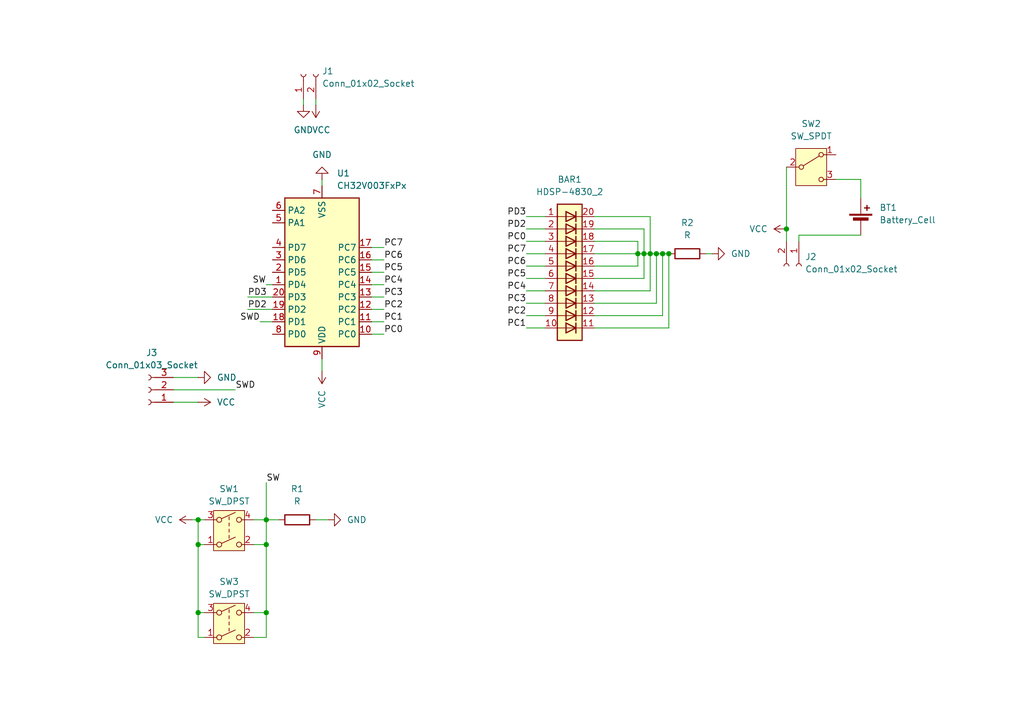
<source format=kicad_sch>
(kicad_sch
	(version 20231120)
	(generator "eeschema")
	(generator_version "8.0")
	(uuid "c07e50cb-1a52-4b34-b7c5-0e8e6e4c1b0b")
	(paper "A5")
	(lib_symbols
		(symbol "Connector:Conn_01x02_Socket"
			(pin_names
				(offset 1.016) hide)
			(exclude_from_sim no)
			(in_bom yes)
			(on_board yes)
			(property "Reference" "J"
				(at 0 2.54 0)
				(effects
					(font
						(size 1.27 1.27)
					)
				)
			)
			(property "Value" "Conn_01x02_Socket"
				(at 0 -5.08 0)
				(effects
					(font
						(size 1.27 1.27)
					)
				)
			)
			(property "Footprint" ""
				(at 0 0 0)
				(effects
					(font
						(size 1.27 1.27)
					)
					(hide yes)
				)
			)
			(property "Datasheet" "~"
				(at 0 0 0)
				(effects
					(font
						(size 1.27 1.27)
					)
					(hide yes)
				)
			)
			(property "Description" "Generic connector, single row, 01x02, script generated"
				(at 0 0 0)
				(effects
					(font
						(size 1.27 1.27)
					)
					(hide yes)
				)
			)
			(property "ki_locked" ""
				(at 0 0 0)
				(effects
					(font
						(size 1.27 1.27)
					)
				)
			)
			(property "ki_keywords" "connector"
				(at 0 0 0)
				(effects
					(font
						(size 1.27 1.27)
					)
					(hide yes)
				)
			)
			(property "ki_fp_filters" "Connector*:*_1x??_*"
				(at 0 0 0)
				(effects
					(font
						(size 1.27 1.27)
					)
					(hide yes)
				)
			)
			(symbol "Conn_01x02_Socket_1_1"
				(arc
					(start 0 -2.032)
					(mid -0.5058 -2.54)
					(end 0 -3.048)
					(stroke
						(width 0.1524)
						(type default)
					)
					(fill
						(type none)
					)
				)
				(polyline
					(pts
						(xy -1.27 -2.54) (xy -0.508 -2.54)
					)
					(stroke
						(width 0.1524)
						(type default)
					)
					(fill
						(type none)
					)
				)
				(polyline
					(pts
						(xy -1.27 0) (xy -0.508 0)
					)
					(stroke
						(width 0.1524)
						(type default)
					)
					(fill
						(type none)
					)
				)
				(arc
					(start 0 0.508)
					(mid -0.5058 0)
					(end 0 -0.508)
					(stroke
						(width 0.1524)
						(type default)
					)
					(fill
						(type none)
					)
				)
				(pin passive line
					(at -5.08 0 0)
					(length 3.81)
					(name "Pin_1"
						(effects
							(font
								(size 1.27 1.27)
							)
						)
					)
					(number "1"
						(effects
							(font
								(size 1.27 1.27)
							)
						)
					)
				)
				(pin passive line
					(at -5.08 -2.54 0)
					(length 3.81)
					(name "Pin_2"
						(effects
							(font
								(size 1.27 1.27)
							)
						)
					)
					(number "2"
						(effects
							(font
								(size 1.27 1.27)
							)
						)
					)
				)
			)
		)
		(symbol "Connector:Conn_01x03_Socket"
			(pin_names
				(offset 1.016) hide)
			(exclude_from_sim no)
			(in_bom yes)
			(on_board yes)
			(property "Reference" "J"
				(at 0 5.08 0)
				(effects
					(font
						(size 1.27 1.27)
					)
				)
			)
			(property "Value" "Conn_01x03_Socket"
				(at 0 -5.08 0)
				(effects
					(font
						(size 1.27 1.27)
					)
				)
			)
			(property "Footprint" ""
				(at 0 0 0)
				(effects
					(font
						(size 1.27 1.27)
					)
					(hide yes)
				)
			)
			(property "Datasheet" "~"
				(at 0 0 0)
				(effects
					(font
						(size 1.27 1.27)
					)
					(hide yes)
				)
			)
			(property "Description" "Generic connector, single row, 01x03, script generated"
				(at 0 0 0)
				(effects
					(font
						(size 1.27 1.27)
					)
					(hide yes)
				)
			)
			(property "ki_locked" ""
				(at 0 0 0)
				(effects
					(font
						(size 1.27 1.27)
					)
				)
			)
			(property "ki_keywords" "connector"
				(at 0 0 0)
				(effects
					(font
						(size 1.27 1.27)
					)
					(hide yes)
				)
			)
			(property "ki_fp_filters" "Connector*:*_1x??_*"
				(at 0 0 0)
				(effects
					(font
						(size 1.27 1.27)
					)
					(hide yes)
				)
			)
			(symbol "Conn_01x03_Socket_1_1"
				(arc
					(start 0 -2.032)
					(mid -0.5058 -2.54)
					(end 0 -3.048)
					(stroke
						(width 0.1524)
						(type default)
					)
					(fill
						(type none)
					)
				)
				(polyline
					(pts
						(xy -1.27 -2.54) (xy -0.508 -2.54)
					)
					(stroke
						(width 0.1524)
						(type default)
					)
					(fill
						(type none)
					)
				)
				(polyline
					(pts
						(xy -1.27 0) (xy -0.508 0)
					)
					(stroke
						(width 0.1524)
						(type default)
					)
					(fill
						(type none)
					)
				)
				(polyline
					(pts
						(xy -1.27 2.54) (xy -0.508 2.54)
					)
					(stroke
						(width 0.1524)
						(type default)
					)
					(fill
						(type none)
					)
				)
				(arc
					(start 0 0.508)
					(mid -0.5058 0)
					(end 0 -0.508)
					(stroke
						(width 0.1524)
						(type default)
					)
					(fill
						(type none)
					)
				)
				(arc
					(start 0 3.048)
					(mid -0.5058 2.54)
					(end 0 2.032)
					(stroke
						(width 0.1524)
						(type default)
					)
					(fill
						(type none)
					)
				)
				(pin passive line
					(at -5.08 2.54 0)
					(length 3.81)
					(name "Pin_1"
						(effects
							(font
								(size 1.27 1.27)
							)
						)
					)
					(number "1"
						(effects
							(font
								(size 1.27 1.27)
							)
						)
					)
				)
				(pin passive line
					(at -5.08 0 0)
					(length 3.81)
					(name "Pin_2"
						(effects
							(font
								(size 1.27 1.27)
							)
						)
					)
					(number "2"
						(effects
							(font
								(size 1.27 1.27)
							)
						)
					)
				)
				(pin passive line
					(at -5.08 -2.54 0)
					(length 3.81)
					(name "Pin_3"
						(effects
							(font
								(size 1.27 1.27)
							)
						)
					)
					(number "3"
						(effects
							(font
								(size 1.27 1.27)
							)
						)
					)
				)
			)
		)
		(symbol "Device:Battery_Cell"
			(pin_numbers hide)
			(pin_names
				(offset 0) hide)
			(exclude_from_sim no)
			(in_bom yes)
			(on_board yes)
			(property "Reference" "BT"
				(at 2.54 2.54 0)
				(effects
					(font
						(size 1.27 1.27)
					)
					(justify left)
				)
			)
			(property "Value" "Battery_Cell"
				(at 2.54 0 0)
				(effects
					(font
						(size 1.27 1.27)
					)
					(justify left)
				)
			)
			(property "Footprint" ""
				(at 0 1.524 90)
				(effects
					(font
						(size 1.27 1.27)
					)
					(hide yes)
				)
			)
			(property "Datasheet" "~"
				(at 0 1.524 90)
				(effects
					(font
						(size 1.27 1.27)
					)
					(hide yes)
				)
			)
			(property "Description" "Single-cell battery"
				(at 0 0 0)
				(effects
					(font
						(size 1.27 1.27)
					)
					(hide yes)
				)
			)
			(property "ki_keywords" "battery cell"
				(at 0 0 0)
				(effects
					(font
						(size 1.27 1.27)
					)
					(hide yes)
				)
			)
			(symbol "Battery_Cell_0_1"
				(rectangle
					(start -2.286 1.778)
					(end 2.286 1.524)
					(stroke
						(width 0)
						(type default)
					)
					(fill
						(type outline)
					)
				)
				(rectangle
					(start -1.524 1.016)
					(end 1.524 0.508)
					(stroke
						(width 0)
						(type default)
					)
					(fill
						(type outline)
					)
				)
				(polyline
					(pts
						(xy 0 0.762) (xy 0 0)
					)
					(stroke
						(width 0)
						(type default)
					)
					(fill
						(type none)
					)
				)
				(polyline
					(pts
						(xy 0 1.778) (xy 0 2.54)
					)
					(stroke
						(width 0)
						(type default)
					)
					(fill
						(type none)
					)
				)
				(polyline
					(pts
						(xy 0.762 3.048) (xy 1.778 3.048)
					)
					(stroke
						(width 0.254)
						(type default)
					)
					(fill
						(type none)
					)
				)
				(polyline
					(pts
						(xy 1.27 3.556) (xy 1.27 2.54)
					)
					(stroke
						(width 0.254)
						(type default)
					)
					(fill
						(type none)
					)
				)
			)
			(symbol "Battery_Cell_1_1"
				(pin passive line
					(at 0 5.08 270)
					(length 2.54)
					(name "+"
						(effects
							(font
								(size 1.27 1.27)
							)
						)
					)
					(number "1"
						(effects
							(font
								(size 1.27 1.27)
							)
						)
					)
				)
				(pin passive line
					(at 0 -2.54 90)
					(length 2.54)
					(name "-"
						(effects
							(font
								(size 1.27 1.27)
							)
						)
					)
					(number "2"
						(effects
							(font
								(size 1.27 1.27)
							)
						)
					)
				)
			)
		)
		(symbol "Device:R"
			(pin_numbers hide)
			(pin_names
				(offset 0)
			)
			(exclude_from_sim no)
			(in_bom yes)
			(on_board yes)
			(property "Reference" "R"
				(at 2.032 0 90)
				(effects
					(font
						(size 1.27 1.27)
					)
				)
			)
			(property "Value" "R"
				(at 0 0 90)
				(effects
					(font
						(size 1.27 1.27)
					)
				)
			)
			(property "Footprint" ""
				(at -1.778 0 90)
				(effects
					(font
						(size 1.27 1.27)
					)
					(hide yes)
				)
			)
			(property "Datasheet" "~"
				(at 0 0 0)
				(effects
					(font
						(size 1.27 1.27)
					)
					(hide yes)
				)
			)
			(property "Description" "Resistor"
				(at 0 0 0)
				(effects
					(font
						(size 1.27 1.27)
					)
					(hide yes)
				)
			)
			(property "ki_keywords" "R res resistor"
				(at 0 0 0)
				(effects
					(font
						(size 1.27 1.27)
					)
					(hide yes)
				)
			)
			(property "ki_fp_filters" "R_*"
				(at 0 0 0)
				(effects
					(font
						(size 1.27 1.27)
					)
					(hide yes)
				)
			)
			(symbol "R_0_1"
				(rectangle
					(start -1.016 -2.54)
					(end 1.016 2.54)
					(stroke
						(width 0.254)
						(type default)
					)
					(fill
						(type none)
					)
				)
			)
			(symbol "R_1_1"
				(pin passive line
					(at 0 3.81 270)
					(length 1.27)
					(name "~"
						(effects
							(font
								(size 1.27 1.27)
							)
						)
					)
					(number "1"
						(effects
							(font
								(size 1.27 1.27)
							)
						)
					)
				)
				(pin passive line
					(at 0 -3.81 90)
					(length 1.27)
					(name "~"
						(effects
							(font
								(size 1.27 1.27)
							)
						)
					)
					(number "2"
						(effects
							(font
								(size 1.27 1.27)
							)
						)
					)
				)
			)
		)
		(symbol "LED:HDSP-4830_2"
			(pin_names
				(offset 1.016) hide)
			(exclude_from_sim no)
			(in_bom yes)
			(on_board yes)
			(property "Reference" "BAR"
				(at 0 15.24 0)
				(effects
					(font
						(size 1.27 1.27)
					)
				)
			)
			(property "Value" "HDSP-4830_2"
				(at 0 -17.78 0)
				(effects
					(font
						(size 1.27 1.27)
					)
				)
			)
			(property "Footprint" "Display:HDSP-4830"
				(at 0 -20.32 0)
				(effects
					(font
						(size 1.27 1.27)
					)
					(hide yes)
				)
			)
			(property "Datasheet" "https://docs.broadcom.com/docs/AV02-1798EN"
				(at -50.8 5.08 0)
				(effects
					(font
						(size 1.27 1.27)
					)
					(hide yes)
				)
			)
			(property "Description" "BAR GRAPH 10 segment block, high efficiency red"
				(at 0 0 0)
				(effects
					(font
						(size 1.27 1.27)
					)
					(hide yes)
				)
			)
			(property "ki_keywords" "display LED array"
				(at 0 0 0)
				(effects
					(font
						(size 1.27 1.27)
					)
					(hide yes)
				)
			)
			(property "ki_fp_filters" "HDSP?48*"
				(at 0 0 0)
				(effects
					(font
						(size 1.27 1.27)
					)
					(hide yes)
				)
			)
			(symbol "HDSP-4830_2_0_1"
				(rectangle
					(start -2.54 12.7)
					(end 2.54 -15.24)
					(stroke
						(width 0.254)
						(type default)
					)
					(fill
						(type background)
					)
				)
				(polyline
					(pts
						(xy -2.54 -12.7) (xy 2.54 -12.7)
					)
					(stroke
						(width 0)
						(type default)
					)
					(fill
						(type none)
					)
				)
				(polyline
					(pts
						(xy -2.54 -10.16) (xy 2.54 -10.16)
					)
					(stroke
						(width 0)
						(type default)
					)
					(fill
						(type none)
					)
				)
				(polyline
					(pts
						(xy -2.54 -7.62) (xy 2.54 -7.62)
					)
					(stroke
						(width 0)
						(type default)
					)
					(fill
						(type none)
					)
				)
				(polyline
					(pts
						(xy -2.54 -5.08) (xy 2.54 -5.08)
					)
					(stroke
						(width 0)
						(type default)
					)
					(fill
						(type none)
					)
				)
				(polyline
					(pts
						(xy -2.54 0) (xy 2.54 0)
					)
					(stroke
						(width 0)
						(type default)
					)
					(fill
						(type none)
					)
				)
				(polyline
					(pts
						(xy -2.54 5.08) (xy 2.54 5.08)
					)
					(stroke
						(width 0)
						(type default)
					)
					(fill
						(type none)
					)
				)
				(polyline
					(pts
						(xy -2.54 7.62) (xy 2.54 7.62)
					)
					(stroke
						(width 0)
						(type default)
					)
					(fill
						(type none)
					)
				)
				(polyline
					(pts
						(xy -2.54 10.16) (xy 2.54 10.16)
					)
					(stroke
						(width 0)
						(type default)
					)
					(fill
						(type none)
					)
				)
				(polyline
					(pts
						(xy 1.27 -11.684) (xy 1.27 -13.716)
					)
					(stroke
						(width 0.254)
						(type default)
					)
					(fill
						(type none)
					)
				)
				(polyline
					(pts
						(xy 1.27 -9.144) (xy 1.27 -11.176)
					)
					(stroke
						(width 0.254)
						(type default)
					)
					(fill
						(type none)
					)
				)
				(polyline
					(pts
						(xy 1.27 -6.604) (xy 1.27 -8.636)
					)
					(stroke
						(width 0.254)
						(type default)
					)
					(fill
						(type none)
					)
				)
				(polyline
					(pts
						(xy 1.27 -4.064) (xy 1.27 -6.096)
					)
					(stroke
						(width 0.254)
						(type default)
					)
					(fill
						(type none)
					)
				)
				(polyline
					(pts
						(xy 1.27 -1.524) (xy 1.27 -3.556)
					)
					(stroke
						(width 0.254)
						(type default)
					)
					(fill
						(type none)
					)
				)
				(polyline
					(pts
						(xy 1.27 1.016) (xy 1.27 -1.016)
					)
					(stroke
						(width 0.254)
						(type default)
					)
					(fill
						(type none)
					)
				)
				(polyline
					(pts
						(xy 1.27 3.556) (xy 1.27 1.524)
					)
					(stroke
						(width 0.254)
						(type default)
					)
					(fill
						(type none)
					)
				)
				(polyline
					(pts
						(xy 1.27 6.096) (xy 1.27 4.064)
					)
					(stroke
						(width 0.254)
						(type default)
					)
					(fill
						(type none)
					)
				)
				(polyline
					(pts
						(xy 1.27 8.636) (xy 1.27 6.604)
					)
					(stroke
						(width 0.254)
						(type default)
					)
					(fill
						(type none)
					)
				)
				(polyline
					(pts
						(xy 1.27 11.176) (xy 1.27 9.144)
					)
					(stroke
						(width 0.254)
						(type default)
					)
					(fill
						(type none)
					)
				)
				(polyline
					(pts
						(xy 2.54 -2.54) (xy -2.54 -2.54)
					)
					(stroke
						(width 0)
						(type default)
					)
					(fill
						(type none)
					)
				)
				(polyline
					(pts
						(xy 2.54 2.54) (xy -2.54 2.54)
					)
					(stroke
						(width 0)
						(type default)
					)
					(fill
						(type none)
					)
				)
				(polyline
					(pts
						(xy -0.762 -11.684) (xy -0.762 -13.716) (xy 1.27 -12.7) (xy -0.762 -11.684)
					)
					(stroke
						(width 0.254)
						(type default)
					)
					(fill
						(type none)
					)
				)
				(polyline
					(pts
						(xy -0.762 -9.144) (xy -0.762 -11.176) (xy 1.27 -10.16) (xy -0.762 -9.144)
					)
					(stroke
						(width 0.254)
						(type default)
					)
					(fill
						(type none)
					)
				)
				(polyline
					(pts
						(xy -0.762 -6.604) (xy -0.762 -8.636) (xy 1.27 -7.62) (xy -0.762 -6.604)
					)
					(stroke
						(width 0.254)
						(type default)
					)
					(fill
						(type none)
					)
				)
				(polyline
					(pts
						(xy -0.762 -4.064) (xy -0.762 -6.096) (xy 1.27 -5.08) (xy -0.762 -4.064)
					)
					(stroke
						(width 0.254)
						(type default)
					)
					(fill
						(type none)
					)
				)
				(polyline
					(pts
						(xy -0.762 -1.524) (xy -0.762 -3.556) (xy 1.27 -2.54) (xy -0.762 -1.524)
					)
					(stroke
						(width 0.254)
						(type default)
					)
					(fill
						(type none)
					)
				)
				(polyline
					(pts
						(xy -0.762 1.016) (xy -0.762 -1.016) (xy 1.27 0) (xy -0.762 1.016)
					)
					(stroke
						(width 0.254)
						(type default)
					)
					(fill
						(type none)
					)
				)
				(polyline
					(pts
						(xy -0.762 3.556) (xy -0.762 1.524) (xy 1.27 2.54) (xy -0.762 3.556)
					)
					(stroke
						(width 0.254)
						(type default)
					)
					(fill
						(type none)
					)
				)
				(polyline
					(pts
						(xy -0.762 6.096) (xy -0.762 4.064) (xy 1.27 5.08) (xy -0.762 6.096)
					)
					(stroke
						(width 0.254)
						(type default)
					)
					(fill
						(type none)
					)
				)
				(polyline
					(pts
						(xy -0.762 8.636) (xy -0.762 6.604) (xy 1.27 7.62) (xy -0.762 8.636)
					)
					(stroke
						(width 0.254)
						(type default)
					)
					(fill
						(type none)
					)
				)
				(polyline
					(pts
						(xy -0.762 11.176) (xy -0.762 9.144) (xy 1.27 10.16) (xy -0.762 11.176)
					)
					(stroke
						(width 0.254)
						(type default)
					)
					(fill
						(type none)
					)
				)
			)
			(symbol "HDSP-4830_2_1_1"
				(pin passive line
					(at -5.08 10.16 0)
					(length 2.54)
					(name "A"
						(effects
							(font
								(size 1.27 1.27)
							)
						)
					)
					(number "1"
						(effects
							(font
								(size 1.27 1.27)
							)
						)
					)
				)
				(pin passive line
					(at -5.08 -12.7 0)
					(length 2.54)
					(name "A"
						(effects
							(font
								(size 1.27 1.27)
							)
						)
					)
					(number "10"
						(effects
							(font
								(size 1.27 1.27)
							)
						)
					)
				)
				(pin passive line
					(at 5.08 -12.7 180)
					(length 2.54)
					(name "K"
						(effects
							(font
								(size 1.27 1.27)
							)
						)
					)
					(number "11"
						(effects
							(font
								(size 1.27 1.27)
							)
						)
					)
				)
				(pin passive line
					(at 5.08 -10.16 180)
					(length 2.54)
					(name "K"
						(effects
							(font
								(size 1.27 1.27)
							)
						)
					)
					(number "12"
						(effects
							(font
								(size 1.27 1.27)
							)
						)
					)
				)
				(pin passive line
					(at 5.08 -7.62 180)
					(length 2.54)
					(name "K"
						(effects
							(font
								(size 1.27 1.27)
							)
						)
					)
					(number "13"
						(effects
							(font
								(size 1.27 1.27)
							)
						)
					)
				)
				(pin passive line
					(at 5.08 -5.08 180)
					(length 2.54)
					(name "K"
						(effects
							(font
								(size 1.27 1.27)
							)
						)
					)
					(number "14"
						(effects
							(font
								(size 1.27 1.27)
							)
						)
					)
				)
				(pin passive line
					(at 5.08 -2.54 180)
					(length 2.54)
					(name "K"
						(effects
							(font
								(size 1.27 1.27)
							)
						)
					)
					(number "15"
						(effects
							(font
								(size 1.27 1.27)
							)
						)
					)
				)
				(pin passive line
					(at 5.08 0 180)
					(length 2.54)
					(name "K"
						(effects
							(font
								(size 1.27 1.27)
							)
						)
					)
					(number "16"
						(effects
							(font
								(size 1.27 1.27)
							)
						)
					)
				)
				(pin passive line
					(at 5.08 2.54 180)
					(length 2.54)
					(name "K"
						(effects
							(font
								(size 1.27 1.27)
							)
						)
					)
					(number "17"
						(effects
							(font
								(size 1.27 1.27)
							)
						)
					)
				)
				(pin passive line
					(at 5.08 5.08 180)
					(length 2.54)
					(name "K"
						(effects
							(font
								(size 1.27 1.27)
							)
						)
					)
					(number "18"
						(effects
							(font
								(size 1.27 1.27)
							)
						)
					)
				)
				(pin passive line
					(at 5.08 7.62 180)
					(length 2.54)
					(name "K"
						(effects
							(font
								(size 1.27 1.27)
							)
						)
					)
					(number "19"
						(effects
							(font
								(size 1.27 1.27)
							)
						)
					)
				)
				(pin passive line
					(at -5.08 7.62 0)
					(length 2.54)
					(name "A"
						(effects
							(font
								(size 1.27 1.27)
							)
						)
					)
					(number "2"
						(effects
							(font
								(size 1.27 1.27)
							)
						)
					)
				)
				(pin passive line
					(at 5.08 10.16 180)
					(length 2.54)
					(name "K"
						(effects
							(font
								(size 1.27 1.27)
							)
						)
					)
					(number "20"
						(effects
							(font
								(size 1.27 1.27)
							)
						)
					)
				)
				(pin passive line
					(at -5.08 5.08 0)
					(length 2.54)
					(name "A"
						(effects
							(font
								(size 1.27 1.27)
							)
						)
					)
					(number "3"
						(effects
							(font
								(size 1.27 1.27)
							)
						)
					)
				)
				(pin passive line
					(at -5.08 2.54 0)
					(length 2.54)
					(name "A"
						(effects
							(font
								(size 1.27 1.27)
							)
						)
					)
					(number "4"
						(effects
							(font
								(size 1.27 1.27)
							)
						)
					)
				)
				(pin passive line
					(at -5.08 0 0)
					(length 2.54)
					(name "A"
						(effects
							(font
								(size 1.27 1.27)
							)
						)
					)
					(number "5"
						(effects
							(font
								(size 1.27 1.27)
							)
						)
					)
				)
				(pin passive line
					(at -5.08 -2.54 0)
					(length 2.54)
					(name "A"
						(effects
							(font
								(size 1.27 1.27)
							)
						)
					)
					(number "6"
						(effects
							(font
								(size 1.27 1.27)
							)
						)
					)
				)
				(pin passive line
					(at -5.08 -5.08 0)
					(length 2.54)
					(name "A"
						(effects
							(font
								(size 1.27 1.27)
							)
						)
					)
					(number "7"
						(effects
							(font
								(size 1.27 1.27)
							)
						)
					)
				)
				(pin passive line
					(at -5.08 -7.62 0)
					(length 2.54)
					(name "A"
						(effects
							(font
								(size 1.27 1.27)
							)
						)
					)
					(number "8"
						(effects
							(font
								(size 1.27 1.27)
							)
						)
					)
				)
				(pin passive line
					(at -5.08 -10.16 0)
					(length 2.54)
					(name "A"
						(effects
							(font
								(size 1.27 1.27)
							)
						)
					)
					(number "9"
						(effects
							(font
								(size 1.27 1.27)
							)
						)
					)
				)
			)
		)
		(symbol "MCU_WCH_CH32V0:CH32V003FxPx"
			(exclude_from_sim no)
			(in_bom yes)
			(on_board yes)
			(property "Reference" "U"
				(at -7.62 17.78 0)
				(effects
					(font
						(size 1.27 1.27)
					)
				)
			)
			(property "Value" "CH32V003FxPx"
				(at 7.62 17.78 0)
				(effects
					(font
						(size 1.27 1.27)
					)
				)
			)
			(property "Footprint" "Package_SO:TSSOP-20_4.4x6.5mm_P0.65mm"
				(at -1.27 0 0)
				(effects
					(font
						(size 1.27 1.27)
					)
					(hide yes)
				)
			)
			(property "Datasheet" "https://www.wch-ic.com/products/CH32V003.html"
				(at -1.27 0 0)
				(effects
					(font
						(size 1.27 1.27)
					)
					(hide yes)
				)
			)
			(property "Description" "CH32V003 series are industrial-grade general-purpose microcontrollers designed based on 32-bit RISC-V instruction set and architecture. It adopts QingKe V2A core, RV32EC instruction set, and supports 2 levels of interrupt nesting. The series are mounted with rich peripheral interfaces and function modules. Its internal organizational structure meets the low-cost and low-power embedded application scenarios."
				(at 0 0 0)
				(effects
					(font
						(size 1.27 1.27)
					)
					(hide yes)
				)
			)
			(property "ki_keywords" "microcontroller wch RISC-V"
				(at 0 0 0)
				(effects
					(font
						(size 1.27 1.27)
					)
					(hide yes)
				)
			)
			(property "ki_fp_filters" "TSSOP*4.4x6.5mm*P0.65mm*"
				(at 0 0 0)
				(effects
					(font
						(size 1.27 1.27)
					)
					(hide yes)
				)
			)
			(symbol "CH32V003FxPx_1_1"
				(rectangle
					(start -7.62 15.24)
					(end 7.62 -15.24)
					(stroke
						(width 0.254)
						(type default)
					)
					(fill
						(type background)
					)
				)
				(pin bidirectional line
					(at 10.16 2.54 180)
					(length 2.54)
					(name "PD4"
						(effects
							(font
								(size 1.27 1.27)
							)
						)
					)
					(number "1"
						(effects
							(font
								(size 1.27 1.27)
							)
						)
					)
					(alternate "A7" bidirectional line)
					(alternate "OPO" bidirectional line)
					(alternate "T1CH4_3" bidirectional line)
					(alternate "T2CH1ETR" bidirectional line)
					(alternate "TIETR_2" bidirectional line)
					(alternate "UCK" bidirectional line)
				)
				(pin bidirectional line
					(at -10.16 12.7 0)
					(length 2.54)
					(name "PC0"
						(effects
							(font
								(size 1.27 1.27)
							)
						)
					)
					(number "10"
						(effects
							(font
								(size 1.27 1.27)
							)
						)
					)
					(alternate "NSS_1" bidirectional line)
					(alternate "T1CH3_1" bidirectional line)
					(alternate "T2CH3" bidirectional line)
					(alternate "T2CH3_2" bidirectional line)
					(alternate "UTX_3" bidirectional line)
				)
				(pin bidirectional line
					(at -10.16 10.16 0)
					(length 2.54)
					(name "PC1"
						(effects
							(font
								(size 1.27 1.27)
							)
						)
					)
					(number "11"
						(effects
							(font
								(size 1.27 1.27)
							)
						)
					)
					(alternate "NSS" bidirectional line)
					(alternate "SDA" bidirectional line)
					(alternate "T1BKIN_1" bidirectional line)
					(alternate "T1BKIN_3" bidirectional line)
					(alternate "T2CH1ETR_2" bidirectional line)
					(alternate "T2CH1ETR_3" bidirectional line)
					(alternate "T2CH4_1" bidirectional line)
					(alternate "URX_3" bidirectional line)
				)
				(pin bidirectional line
					(at -10.16 7.62 0)
					(length 2.54)
					(name "PC2"
						(effects
							(font
								(size 1.27 1.27)
							)
						)
					)
					(number "12"
						(effects
							(font
								(size 1.27 1.27)
							)
						)
					)
					(alternate "AETR_1" bidirectional line)
					(alternate "SCL" bidirectional line)
					(alternate "T1BKIN" bidirectional line)
					(alternate "T1BKIN_2" bidirectional line)
					(alternate "T1ETR_3" bidirectional line)
					(alternate "T2CH2_1" bidirectional line)
					(alternate "URTS" bidirectional line)
					(alternate "URTS_1" bidirectional line)
				)
				(pin bidirectional line
					(at -10.16 5.08 0)
					(length 2.54)
					(name "PC3"
						(effects
							(font
								(size 1.27 1.27)
							)
						)
					)
					(number "13"
						(effects
							(font
								(size 1.27 1.27)
							)
						)
					)
					(alternate "T1CH1N_1" bidirectional line)
					(alternate "T1CH1N_3" bidirectional line)
					(alternate "T1CH3" bidirectional line)
					(alternate "T1CH3_2" bidirectional line)
					(alternate "UCTS_1" bidirectional line)
				)
				(pin bidirectional line
					(at -10.16 2.54 0)
					(length 2.54)
					(name "PC4"
						(effects
							(font
								(size 1.27 1.27)
							)
						)
					)
					(number "14"
						(effects
							(font
								(size 1.27 1.27)
							)
						)
					)
					(alternate "A2" bidirectional line)
					(alternate "MCO" bidirectional line)
					(alternate "T1CH1_3" bidirectional line)
					(alternate "T1CH2N_1" bidirectional line)
					(alternate "T1CH4" bidirectional line)
					(alternate "T1CH4_2" bidirectional line)
				)
				(pin bidirectional line
					(at -10.16 0 0)
					(length 2.54)
					(name "PC5"
						(effects
							(font
								(size 1.27 1.27)
							)
						)
					)
					(number "15"
						(effects
							(font
								(size 1.27 1.27)
							)
						)
					)
					(alternate "SCK" bidirectional line)
					(alternate "SCK_1" bidirectional line)
					(alternate "SCL_2" bidirectional line)
					(alternate "SCL_3" bidirectional line)
					(alternate "T1CH3_3" bidirectional line)
					(alternate "T1ETR" bidirectional line)
					(alternate "T1ETR_1" bidirectional line)
					(alternate "T2CH1ETR_1" bidirectional line)
					(alternate "UCK_3" bidirectional line)
				)
				(pin bidirectional line
					(at -10.16 -2.54 0)
					(length 2.54)
					(name "PC6"
						(effects
							(font
								(size 1.27 1.27)
							)
						)
					)
					(number "16"
						(effects
							(font
								(size 1.27 1.27)
							)
						)
					)
					(alternate "MOSI" bidirectional line)
					(alternate "MOSI_1" bidirectional line)
					(alternate "SDA_2" bidirectional line)
					(alternate "SDA_3" bidirectional line)
					(alternate "T1CH1_1" bidirectional line)
					(alternate "T1CH3N_3" bidirectional line)
					(alternate "UCTS_2" bidirectional line)
					(alternate "UCTS_3" bidirectional line)
				)
				(pin bidirectional line
					(at -10.16 -5.08 0)
					(length 2.54)
					(name "PC7"
						(effects
							(font
								(size 1.27 1.27)
							)
						)
					)
					(number "17"
						(effects
							(font
								(size 1.27 1.27)
							)
						)
					)
					(alternate "MISO" bidirectional line)
					(alternate "MISO_1" bidirectional line)
					(alternate "T1CH2_1" bidirectional line)
					(alternate "T1CH2_3" bidirectional line)
					(alternate "T2CH2_3" bidirectional line)
					(alternate "URTS_2" bidirectional line)
					(alternate "URTS_3" bidirectional line)
				)
				(pin bidirectional line
					(at 10.16 10.16 180)
					(length 2.54)
					(name "PD1"
						(effects
							(font
								(size 1.27 1.27)
							)
						)
					)
					(number "18"
						(effects
							(font
								(size 1.27 1.27)
							)
						)
					)
					(alternate "AETR2" bidirectional line)
					(alternate "SCL_1" bidirectional line)
					(alternate "SWIO" bidirectional line)
					(alternate "T1CH3N" bidirectional line)
					(alternate "T1CH3N_1" bidirectional line)
					(alternate "T1CH3N_2" bidirectional line)
					(alternate "URX_1" bidirectional line)
				)
				(pin bidirectional line
					(at 10.16 7.62 180)
					(length 2.54)
					(name "PD2"
						(effects
							(font
								(size 1.27 1.27)
							)
						)
					)
					(number "19"
						(effects
							(font
								(size 1.27 1.27)
							)
						)
					)
					(alternate "A3" bidirectional line)
					(alternate "T1CH1" bidirectional line)
					(alternate "T1CH1_2" bidirectional line)
					(alternate "T1CH2N_3" bidirectional line)
					(alternate "T2CH3_1" bidirectional line)
				)
				(pin bidirectional line
					(at 10.16 0 180)
					(length 2.54)
					(name "PD5"
						(effects
							(font
								(size 1.27 1.27)
							)
						)
					)
					(number "2"
						(effects
							(font
								(size 1.27 1.27)
							)
						)
					)
					(alternate "A5" bidirectional line)
					(alternate "T2CH4_3" bidirectional line)
					(alternate "URX_2" bidirectional line)
					(alternate "UTX" bidirectional line)
				)
				(pin bidirectional line
					(at 10.16 5.08 180)
					(length 2.54)
					(name "PD3"
						(effects
							(font
								(size 1.27 1.27)
							)
						)
					)
					(number "20"
						(effects
							(font
								(size 1.27 1.27)
							)
						)
					)
					(alternate "A4" bidirectional line)
					(alternate "AETR" bidirectional line)
					(alternate "T1CH4_1" bidirectional line)
					(alternate "T2CH2" bidirectional line)
					(alternate "T2CH2_2" bidirectional line)
					(alternate "UCTS" bidirectional line)
				)
				(pin bidirectional line
					(at 10.16 -2.54 180)
					(length 2.54)
					(name "PD6"
						(effects
							(font
								(size 1.27 1.27)
							)
						)
					)
					(number "3"
						(effects
							(font
								(size 1.27 1.27)
							)
						)
					)
					(alternate "A6" bidirectional line)
					(alternate "T2CH3_3" bidirectional line)
					(alternate "URX" bidirectional line)
					(alternate "UTX_2" bidirectional line)
				)
				(pin bidirectional line
					(at 10.16 -5.08 180)
					(length 2.54)
					(name "PD7"
						(effects
							(font
								(size 1.27 1.27)
							)
						)
					)
					(number "4"
						(effects
							(font
								(size 1.27 1.27)
							)
						)
					)
					(alternate "NRST" bidirectional line)
					(alternate "OPP1" bidirectional line)
					(alternate "T2CH4" bidirectional line)
					(alternate "T2CH4_2" bidirectional line)
					(alternate "UCK_1" bidirectional line)
					(alternate "UCK_2" bidirectional line)
				)
				(pin bidirectional line
					(at 10.16 -10.16 180)
					(length 2.54)
					(name "PA1"
						(effects
							(font
								(size 1.27 1.27)
							)
						)
					)
					(number "5"
						(effects
							(font
								(size 1.27 1.27)
							)
						)
					)
					(alternate "A1" bidirectional line)
					(alternate "OPN0" bidirectional line)
					(alternate "OSCI" bidirectional line)
					(alternate "T1CH2" bidirectional line)
					(alternate "T1CH2_2" bidirectional line)
				)
				(pin bidirectional line
					(at 10.16 -12.7 180)
					(length 2.54)
					(name "PA2"
						(effects
							(font
								(size 1.27 1.27)
							)
						)
					)
					(number "6"
						(effects
							(font
								(size 1.27 1.27)
							)
						)
					)
					(alternate "A0" bidirectional line)
					(alternate "AETR2_1" bidirectional line)
					(alternate "OPP0" bidirectional line)
					(alternate "OSCO" bidirectional line)
					(alternate "TICH2N" bidirectional line)
					(alternate "TICH2N_2" bidirectional line)
				)
				(pin power_in line
					(at 0 -17.78 90)
					(length 2.54)
					(name "VSS"
						(effects
							(font
								(size 1.27 1.27)
							)
						)
					)
					(number "7"
						(effects
							(font
								(size 1.27 1.27)
							)
						)
					)
				)
				(pin bidirectional line
					(at 10.16 12.7 180)
					(length 2.54)
					(name "PD0"
						(effects
							(font
								(size 1.27 1.27)
							)
						)
					)
					(number "8"
						(effects
							(font
								(size 1.27 1.27)
							)
						)
					)
					(alternate "OPN1" bidirectional line)
					(alternate "SDA_1" bidirectional line)
					(alternate "TICH1N" bidirectional line)
					(alternate "TICH1N_2" bidirectional line)
					(alternate "UTX_1" bidirectional line)
				)
				(pin power_in line
					(at 0 17.78 270)
					(length 2.54)
					(name "VDD"
						(effects
							(font
								(size 1.27 1.27)
							)
						)
					)
					(number "9"
						(effects
							(font
								(size 1.27 1.27)
							)
						)
					)
				)
			)
		)
		(symbol "Switch:SW_DPST"
			(pin_names
				(offset 0) hide)
			(exclude_from_sim no)
			(in_bom yes)
			(on_board yes)
			(property "Reference" "SW"
				(at 0 6.35 0)
				(effects
					(font
						(size 1.27 1.27)
					)
				)
			)
			(property "Value" "SW_DPST"
				(at 0 -5.08 0)
				(effects
					(font
						(size 1.27 1.27)
					)
				)
			)
			(property "Footprint" ""
				(at 0 0 0)
				(effects
					(font
						(size 1.27 1.27)
					)
					(hide yes)
				)
			)
			(property "Datasheet" "~"
				(at 0 0 0)
				(effects
					(font
						(size 1.27 1.27)
					)
					(hide yes)
				)
			)
			(property "Description" "Double Pole Single Throw (DPST) Switch"
				(at 0 0 0)
				(effects
					(font
						(size 1.27 1.27)
					)
					(hide yes)
				)
			)
			(property "ki_keywords" "switch dual double-pole single-throw OFF-ON"
				(at 0 0 0)
				(effects
					(font
						(size 1.27 1.27)
					)
					(hide yes)
				)
			)
			(symbol "SW_DPST_0_0"
				(circle
					(center -2.032 -2.54)
					(radius 0.508)
					(stroke
						(width 0)
						(type default)
					)
					(fill
						(type none)
					)
				)
				(circle
					(center -2.032 2.54)
					(radius 0.508)
					(stroke
						(width 0)
						(type default)
					)
					(fill
						(type none)
					)
				)
				(polyline
					(pts
						(xy -1.524 -2.286) (xy 1.27 -1.016)
					)
					(stroke
						(width 0)
						(type default)
					)
					(fill
						(type none)
					)
				)
				(polyline
					(pts
						(xy -1.524 2.794) (xy 1.27 4.064)
					)
					(stroke
						(width 0)
						(type default)
					)
					(fill
						(type none)
					)
				)
				(polyline
					(pts
						(xy 0 -1.27) (xy 0 -0.635)
					)
					(stroke
						(width 0)
						(type default)
					)
					(fill
						(type none)
					)
				)
				(polyline
					(pts
						(xy 0 0) (xy 0 0.635)
					)
					(stroke
						(width 0)
						(type default)
					)
					(fill
						(type none)
					)
				)
				(polyline
					(pts
						(xy 0 1.27) (xy 0 1.905)
					)
					(stroke
						(width 0)
						(type default)
					)
					(fill
						(type none)
					)
				)
				(polyline
					(pts
						(xy 0 2.54) (xy 0 3.175)
					)
					(stroke
						(width 0)
						(type default)
					)
					(fill
						(type none)
					)
				)
				(circle
					(center 2.032 -2.54)
					(radius 0.508)
					(stroke
						(width 0)
						(type default)
					)
					(fill
						(type none)
					)
				)
				(circle
					(center 2.032 2.54)
					(radius 0.508)
					(stroke
						(width 0)
						(type default)
					)
					(fill
						(type none)
					)
				)
			)
			(symbol "SW_DPST_1_1"
				(rectangle
					(start -3.175 4.445)
					(end 3.175 -3.81)
					(stroke
						(width 0)
						(type default)
					)
					(fill
						(type background)
					)
				)
				(pin passive line
					(at -5.08 -2.54 0)
					(length 2.54)
					(name "1"
						(effects
							(font
								(size 1.27 1.27)
							)
						)
					)
					(number "1"
						(effects
							(font
								(size 1.27 1.27)
							)
						)
					)
				)
				(pin passive line
					(at 5.08 -2.54 180)
					(length 2.54)
					(name "2"
						(effects
							(font
								(size 1.27 1.27)
							)
						)
					)
					(number "2"
						(effects
							(font
								(size 1.27 1.27)
							)
						)
					)
				)
				(pin passive line
					(at -5.08 2.54 0)
					(length 2.54)
					(name "3"
						(effects
							(font
								(size 1.27 1.27)
							)
						)
					)
					(number "3"
						(effects
							(font
								(size 1.27 1.27)
							)
						)
					)
				)
				(pin passive line
					(at 5.08 2.54 180)
					(length 2.54)
					(name "4"
						(effects
							(font
								(size 1.27 1.27)
							)
						)
					)
					(number "4"
						(effects
							(font
								(size 1.27 1.27)
							)
						)
					)
				)
			)
		)
		(symbol "Switch:SW_SPDT"
			(pin_names
				(offset 0) hide)
			(exclude_from_sim no)
			(in_bom yes)
			(on_board yes)
			(property "Reference" "SW"
				(at 0 5.08 0)
				(effects
					(font
						(size 1.27 1.27)
					)
				)
			)
			(property "Value" "SW_SPDT"
				(at 0 -5.08 0)
				(effects
					(font
						(size 1.27 1.27)
					)
				)
			)
			(property "Footprint" ""
				(at 0 0 0)
				(effects
					(font
						(size 1.27 1.27)
					)
					(hide yes)
				)
			)
			(property "Datasheet" "~"
				(at 0 -7.62 0)
				(effects
					(font
						(size 1.27 1.27)
					)
					(hide yes)
				)
			)
			(property "Description" "Switch, single pole double throw"
				(at 0 0 0)
				(effects
					(font
						(size 1.27 1.27)
					)
					(hide yes)
				)
			)
			(property "ki_keywords" "switch single-pole double-throw spdt ON-ON"
				(at 0 0 0)
				(effects
					(font
						(size 1.27 1.27)
					)
					(hide yes)
				)
			)
			(symbol "SW_SPDT_0_1"
				(circle
					(center -2.032 0)
					(radius 0.4572)
					(stroke
						(width 0)
						(type default)
					)
					(fill
						(type none)
					)
				)
				(polyline
					(pts
						(xy -1.651 0.254) (xy 1.651 2.286)
					)
					(stroke
						(width 0)
						(type default)
					)
					(fill
						(type none)
					)
				)
				(circle
					(center 2.032 -2.54)
					(radius 0.4572)
					(stroke
						(width 0)
						(type default)
					)
					(fill
						(type none)
					)
				)
				(circle
					(center 2.032 2.54)
					(radius 0.4572)
					(stroke
						(width 0)
						(type default)
					)
					(fill
						(type none)
					)
				)
			)
			(symbol "SW_SPDT_1_1"
				(rectangle
					(start -3.175 3.81)
					(end 3.175 -3.81)
					(stroke
						(width 0)
						(type default)
					)
					(fill
						(type background)
					)
				)
				(pin passive line
					(at 5.08 2.54 180)
					(length 2.54)
					(name "A"
						(effects
							(font
								(size 1.27 1.27)
							)
						)
					)
					(number "1"
						(effects
							(font
								(size 1.27 1.27)
							)
						)
					)
				)
				(pin passive line
					(at -5.08 0 0)
					(length 2.54)
					(name "B"
						(effects
							(font
								(size 1.27 1.27)
							)
						)
					)
					(number "2"
						(effects
							(font
								(size 1.27 1.27)
							)
						)
					)
				)
				(pin passive line
					(at 5.08 -2.54 180)
					(length 2.54)
					(name "C"
						(effects
							(font
								(size 1.27 1.27)
							)
						)
					)
					(number "3"
						(effects
							(font
								(size 1.27 1.27)
							)
						)
					)
				)
			)
		)
		(symbol "power:GND"
			(power)
			(pin_numbers hide)
			(pin_names
				(offset 0) hide)
			(exclude_from_sim no)
			(in_bom yes)
			(on_board yes)
			(property "Reference" "#PWR"
				(at 0 -6.35 0)
				(effects
					(font
						(size 1.27 1.27)
					)
					(hide yes)
				)
			)
			(property "Value" "GND"
				(at 0 -3.81 0)
				(effects
					(font
						(size 1.27 1.27)
					)
				)
			)
			(property "Footprint" ""
				(at 0 0 0)
				(effects
					(font
						(size 1.27 1.27)
					)
					(hide yes)
				)
			)
			(property "Datasheet" ""
				(at 0 0 0)
				(effects
					(font
						(size 1.27 1.27)
					)
					(hide yes)
				)
			)
			(property "Description" "Power symbol creates a global label with name \"GND\" , ground"
				(at 0 0 0)
				(effects
					(font
						(size 1.27 1.27)
					)
					(hide yes)
				)
			)
			(property "ki_keywords" "global power"
				(at 0 0 0)
				(effects
					(font
						(size 1.27 1.27)
					)
					(hide yes)
				)
			)
			(symbol "GND_0_1"
				(polyline
					(pts
						(xy 0 0) (xy 0 -1.27) (xy 1.27 -1.27) (xy 0 -2.54) (xy -1.27 -1.27) (xy 0 -1.27)
					)
					(stroke
						(width 0)
						(type default)
					)
					(fill
						(type none)
					)
				)
			)
			(symbol "GND_1_1"
				(pin power_in line
					(at 0 0 270)
					(length 0)
					(name "~"
						(effects
							(font
								(size 1.27 1.27)
							)
						)
					)
					(number "1"
						(effects
							(font
								(size 1.27 1.27)
							)
						)
					)
				)
			)
		)
		(symbol "power:VCC"
			(power)
			(pin_numbers hide)
			(pin_names
				(offset 0) hide)
			(exclude_from_sim no)
			(in_bom yes)
			(on_board yes)
			(property "Reference" "#PWR"
				(at 0 -3.81 0)
				(effects
					(font
						(size 1.27 1.27)
					)
					(hide yes)
				)
			)
			(property "Value" "VCC"
				(at 0 3.556 0)
				(effects
					(font
						(size 1.27 1.27)
					)
				)
			)
			(property "Footprint" ""
				(at 0 0 0)
				(effects
					(font
						(size 1.27 1.27)
					)
					(hide yes)
				)
			)
			(property "Datasheet" ""
				(at 0 0 0)
				(effects
					(font
						(size 1.27 1.27)
					)
					(hide yes)
				)
			)
			(property "Description" "Power symbol creates a global label with name \"VCC\""
				(at 0 0 0)
				(effects
					(font
						(size 1.27 1.27)
					)
					(hide yes)
				)
			)
			(property "ki_keywords" "global power"
				(at 0 0 0)
				(effects
					(font
						(size 1.27 1.27)
					)
					(hide yes)
				)
			)
			(symbol "VCC_0_1"
				(polyline
					(pts
						(xy -0.762 1.27) (xy 0 2.54)
					)
					(stroke
						(width 0)
						(type default)
					)
					(fill
						(type none)
					)
				)
				(polyline
					(pts
						(xy 0 0) (xy 0 2.54)
					)
					(stroke
						(width 0)
						(type default)
					)
					(fill
						(type none)
					)
				)
				(polyline
					(pts
						(xy 0 2.54) (xy 0.762 1.27)
					)
					(stroke
						(width 0)
						(type default)
					)
					(fill
						(type none)
					)
				)
			)
			(symbol "VCC_1_1"
				(pin power_in line
					(at 0 0 90)
					(length 0)
					(name "~"
						(effects
							(font
								(size 1.27 1.27)
							)
						)
					)
					(number "1"
						(effects
							(font
								(size 1.27 1.27)
							)
						)
					)
				)
			)
		)
	)
	(junction
		(at 54.61 125.73)
		(diameter 0)
		(color 0 0 0 0)
		(uuid "03bf63a3-b540-4cb3-bb43-2b603e3915fd")
	)
	(junction
		(at 40.64 125.73)
		(diameter 0)
		(color 0 0 0 0)
		(uuid "1302aa9f-3c2e-46db-9a2b-6662bcb8fe63")
	)
	(junction
		(at 40.64 106.68)
		(diameter 0)
		(color 0 0 0 0)
		(uuid "42611644-6b12-4487-8c58-f280bc3d4b38")
	)
	(junction
		(at 54.61 111.76)
		(diameter 0)
		(color 0 0 0 0)
		(uuid "562028ba-10aa-4876-bc83-46f582023bc8")
	)
	(junction
		(at 134.62 52.07)
		(diameter 0)
		(color 0 0 0 0)
		(uuid "5990ff58-c39c-4ca0-8568-84e38889381f")
	)
	(junction
		(at 132.08 52.07)
		(diameter 0)
		(color 0 0 0 0)
		(uuid "5d4802ee-02f5-4f3c-9579-c5d82d8a8240")
	)
	(junction
		(at 130.81 52.07)
		(diameter 0)
		(color 0 0 0 0)
		(uuid "653ab68b-d839-4112-bb99-f6d0a862b59c")
	)
	(junction
		(at 135.89 52.07)
		(diameter 0)
		(color 0 0 0 0)
		(uuid "b07099a5-233f-47b0-ad5a-b9987cbf9624")
	)
	(junction
		(at 133.35 52.07)
		(diameter 0)
		(color 0 0 0 0)
		(uuid "cdfedec2-ca7b-48b5-98ff-f6ba1dc962fd")
	)
	(junction
		(at 137.16 52.07)
		(diameter 0)
		(color 0 0 0 0)
		(uuid "ef6360b8-84b1-42a4-8e8a-48a2d4732199")
	)
	(junction
		(at 54.61 106.68)
		(diameter 0)
		(color 0 0 0 0)
		(uuid "f3d822b4-02c6-4478-adfa-a64cfd3d6359")
	)
	(junction
		(at 40.64 111.76)
		(diameter 0)
		(color 0 0 0 0)
		(uuid "f41d5749-d18e-4507-ae93-51f40aabae90")
	)
	(junction
		(at 161.29 46.99)
		(diameter 0)
		(color 0 0 0 0)
		(uuid "fe7b1fef-3956-4ea2-8e27-d08bb9668403")
	)
	(wire
		(pts
			(xy 76.2 58.42) (xy 78.74 58.42)
		)
		(stroke
			(width 0)
			(type default)
		)
		(uuid "03426f06-89ad-49e6-a9a9-0f75710e50ab")
	)
	(wire
		(pts
			(xy 121.92 49.53) (xy 130.81 49.53)
		)
		(stroke
			(width 0)
			(type default)
		)
		(uuid "038f29d1-d198-450b-9464-58dcbd3cdf4d")
	)
	(wire
		(pts
			(xy 130.81 49.53) (xy 130.81 52.07)
		)
		(stroke
			(width 0)
			(type default)
		)
		(uuid "04f3ea8d-d5ee-4854-a672-3ffc22ec5db9")
	)
	(wire
		(pts
			(xy 35.56 82.55) (xy 40.64 82.55)
		)
		(stroke
			(width 0)
			(type default)
		)
		(uuid "053c8188-3f9d-4856-add2-c7fac33d6a81")
	)
	(wire
		(pts
			(xy 54.61 99.06) (xy 54.61 106.68)
		)
		(stroke
			(width 0)
			(type default)
		)
		(uuid "054d4696-bdbf-4a86-8ab6-77784498ef16")
	)
	(wire
		(pts
			(xy 121.92 64.77) (xy 135.89 64.77)
		)
		(stroke
			(width 0)
			(type default)
		)
		(uuid "067b319d-b0c4-44ca-9b45-4f8b4800aafd")
	)
	(wire
		(pts
			(xy 135.89 52.07) (xy 134.62 52.07)
		)
		(stroke
			(width 0)
			(type default)
		)
		(uuid "07bc7290-3a59-4ed9-bf8a-3cb95da7e0ba")
	)
	(wire
		(pts
			(xy 66.04 36.83) (xy 66.04 38.1)
		)
		(stroke
			(width 0)
			(type default)
		)
		(uuid "08b949a2-c9fe-4631-afd2-5c79537c7ee5")
	)
	(wire
		(pts
			(xy 107.95 62.23) (xy 111.76 62.23)
		)
		(stroke
			(width 0)
			(type default)
		)
		(uuid "0ca5dcb4-2a90-49ba-af02-3b306ad017f8")
	)
	(wire
		(pts
			(xy 107.95 49.53) (xy 111.76 49.53)
		)
		(stroke
			(width 0)
			(type default)
		)
		(uuid "111a7da7-926e-4597-8156-cba3092aec5b")
	)
	(wire
		(pts
			(xy 121.92 62.23) (xy 134.62 62.23)
		)
		(stroke
			(width 0)
			(type default)
		)
		(uuid "1513602d-ccfe-4582-b363-d586874fd519")
	)
	(wire
		(pts
			(xy 121.92 67.31) (xy 137.16 67.31)
		)
		(stroke
			(width 0)
			(type default)
		)
		(uuid "1a4835ff-cfe1-4092-a277-0d18fc5155ca")
	)
	(wire
		(pts
			(xy 53.34 66.04) (xy 55.88 66.04)
		)
		(stroke
			(width 0)
			(type default)
		)
		(uuid "1b7bf3b9-62bc-4869-80e0-119bac70d343")
	)
	(wire
		(pts
			(xy 52.07 106.68) (xy 54.61 106.68)
		)
		(stroke
			(width 0)
			(type default)
		)
		(uuid "1cd2e6f3-d4ad-4d35-820c-385349a649fc")
	)
	(wire
		(pts
			(xy 54.61 111.76) (xy 54.61 106.68)
		)
		(stroke
			(width 0)
			(type default)
		)
		(uuid "1eb9ab3c-232f-46e1-b10f-2ee2600d7a18")
	)
	(wire
		(pts
			(xy 50.8 60.96) (xy 55.88 60.96)
		)
		(stroke
			(width 0)
			(type default)
		)
		(uuid "22f710a7-7ccb-4e08-ac86-3df9e1ca4e76")
	)
	(wire
		(pts
			(xy 76.2 53.34) (xy 78.74 53.34)
		)
		(stroke
			(width 0)
			(type default)
		)
		(uuid "267d24ca-ffaf-44d6-bc5b-196088aa0397")
	)
	(wire
		(pts
			(xy 54.61 58.42) (xy 55.88 58.42)
		)
		(stroke
			(width 0)
			(type default)
		)
		(uuid "28b2ad39-cd0b-472a-8a82-df367d76384d")
	)
	(wire
		(pts
			(xy 64.77 106.68) (xy 67.31 106.68)
		)
		(stroke
			(width 0)
			(type default)
		)
		(uuid "2fa1c457-5c3f-40ca-8ef9-a0ffc9cebc8a")
	)
	(wire
		(pts
			(xy 35.56 80.01) (xy 48.26 80.01)
		)
		(stroke
			(width 0)
			(type default)
		)
		(uuid "31b3353c-b1b4-477c-beb1-3e9e65d2fa94")
	)
	(wire
		(pts
			(xy 132.08 57.15) (xy 132.08 52.07)
		)
		(stroke
			(width 0)
			(type default)
		)
		(uuid "33d40baa-6ff0-45a9-9e8f-22410de8c585")
	)
	(wire
		(pts
			(xy 76.2 50.8) (xy 78.74 50.8)
		)
		(stroke
			(width 0)
			(type default)
		)
		(uuid "35e85876-3795-4d90-829a-256891416d11")
	)
	(wire
		(pts
			(xy 135.89 64.77) (xy 135.89 52.07)
		)
		(stroke
			(width 0)
			(type default)
		)
		(uuid "3ae71a46-8fd6-4a50-a2d1-c831798d844f")
	)
	(wire
		(pts
			(xy 76.2 60.96) (xy 78.74 60.96)
		)
		(stroke
			(width 0)
			(type default)
		)
		(uuid "3cab95eb-46f3-4e75-8079-89c46c700793")
	)
	(wire
		(pts
			(xy 121.92 52.07) (xy 130.81 52.07)
		)
		(stroke
			(width 0)
			(type default)
		)
		(uuid "3cbb01db-7c61-4bbc-a403-0cf1b5e9b360")
	)
	(wire
		(pts
			(xy 121.92 59.69) (xy 133.35 59.69)
		)
		(stroke
			(width 0)
			(type default)
		)
		(uuid "3e1cc399-0531-45e1-8fb4-d172b7a4844f")
	)
	(wire
		(pts
			(xy 121.92 44.45) (xy 133.35 44.45)
		)
		(stroke
			(width 0)
			(type default)
		)
		(uuid "3e659149-5ab0-4eb7-b370-9637a241b02b")
	)
	(wire
		(pts
			(xy 40.64 130.81) (xy 40.64 125.73)
		)
		(stroke
			(width 0)
			(type default)
		)
		(uuid "5a37f371-226c-4434-9d13-f4e8f811701f")
	)
	(wire
		(pts
			(xy 66.04 73.66) (xy 66.04 76.2)
		)
		(stroke
			(width 0)
			(type default)
		)
		(uuid "60f7b5b9-70aa-4e73-8805-034ad9e8e3f3")
	)
	(wire
		(pts
			(xy 121.92 46.99) (xy 132.08 46.99)
		)
		(stroke
			(width 0)
			(type default)
		)
		(uuid "62010a1b-09c3-4eae-bd5b-99f104f908c8")
	)
	(wire
		(pts
			(xy 107.95 57.15) (xy 111.76 57.15)
		)
		(stroke
			(width 0)
			(type default)
		)
		(uuid "666a55dc-ad73-4923-8983-f899cc212dc5")
	)
	(wire
		(pts
			(xy 121.92 57.15) (xy 132.08 57.15)
		)
		(stroke
			(width 0)
			(type default)
		)
		(uuid "66e7c6e0-1190-47b1-99a6-12658714e5f4")
	)
	(wire
		(pts
			(xy 40.64 111.76) (xy 40.64 106.68)
		)
		(stroke
			(width 0)
			(type default)
		)
		(uuid "6997b638-7e0e-4e0a-b6a7-37cff11865f4")
	)
	(wire
		(pts
			(xy 161.29 46.99) (xy 161.29 34.29)
		)
		(stroke
			(width 0)
			(type default)
		)
		(uuid "764d8db3-7d04-40bf-a343-f1c7e5b23a3d")
	)
	(wire
		(pts
			(xy 76.2 68.58) (xy 78.74 68.58)
		)
		(stroke
			(width 0)
			(type default)
		)
		(uuid "7b22c753-f4e6-40e9-ae1d-efac85d6daaa")
	)
	(wire
		(pts
			(xy 161.29 49.53) (xy 161.29 46.99)
		)
		(stroke
			(width 0)
			(type default)
		)
		(uuid "7b5b4c9c-9922-4d4d-a59b-ca805818ff80")
	)
	(wire
		(pts
			(xy 107.95 44.45) (xy 111.76 44.45)
		)
		(stroke
			(width 0)
			(type default)
		)
		(uuid "7c8794a0-534c-46b4-9cde-c12576c7b960")
	)
	(wire
		(pts
			(xy 40.64 106.68) (xy 41.91 106.68)
		)
		(stroke
			(width 0)
			(type default)
		)
		(uuid "81173bdf-5642-4b4b-8d25-cdc7e989cd6a")
	)
	(wire
		(pts
			(xy 54.61 111.76) (xy 54.61 125.73)
		)
		(stroke
			(width 0)
			(type default)
		)
		(uuid "8510638c-76f1-4234-97f7-002090caecc6")
	)
	(wire
		(pts
			(xy 107.95 64.77) (xy 111.76 64.77)
		)
		(stroke
			(width 0)
			(type default)
		)
		(uuid "88306c18-c007-4a01-95ca-eafaed4eaedc")
	)
	(wire
		(pts
			(xy 62.23 20.32) (xy 62.23 21.59)
		)
		(stroke
			(width 0)
			(type default)
		)
		(uuid "883746ba-f40e-4404-99a1-303b52c9f439")
	)
	(wire
		(pts
			(xy 130.81 54.61) (xy 130.81 52.07)
		)
		(stroke
			(width 0)
			(type default)
		)
		(uuid "890ff49d-3b8f-4276-8609-195e0fe4d984")
	)
	(wire
		(pts
			(xy 134.62 52.07) (xy 133.35 52.07)
		)
		(stroke
			(width 0)
			(type default)
		)
		(uuid "8964afc6-9e18-494c-981a-e9401a15ef62")
	)
	(wire
		(pts
			(xy 41.91 111.76) (xy 40.64 111.76)
		)
		(stroke
			(width 0)
			(type default)
		)
		(uuid "93b626c3-e078-40f3-9816-a7d2ae384df5")
	)
	(wire
		(pts
			(xy 107.95 67.31) (xy 111.76 67.31)
		)
		(stroke
			(width 0)
			(type default)
		)
		(uuid "9f55d689-a025-4c7c-9678-3ab72fefa0b5")
	)
	(wire
		(pts
			(xy 133.35 59.69) (xy 133.35 52.07)
		)
		(stroke
			(width 0)
			(type default)
		)
		(uuid "a1052800-d334-4e82-845c-e0f789f52f84")
	)
	(wire
		(pts
			(xy 40.64 125.73) (xy 41.91 125.73)
		)
		(stroke
			(width 0)
			(type default)
		)
		(uuid "a3f07052-161d-4add-8eae-1e0cf2242d0b")
	)
	(wire
		(pts
			(xy 121.92 54.61) (xy 130.81 54.61)
		)
		(stroke
			(width 0)
			(type default)
		)
		(uuid "a4737ffc-2f3b-4120-b702-a4415692500c")
	)
	(wire
		(pts
			(xy 39.37 106.68) (xy 40.64 106.68)
		)
		(stroke
			(width 0)
			(type default)
		)
		(uuid "a59c586b-89c8-461b-8de2-607f176b2169")
	)
	(wire
		(pts
			(xy 107.95 54.61) (xy 111.76 54.61)
		)
		(stroke
			(width 0)
			(type default)
		)
		(uuid "a911574f-ded7-4d4c-ba6d-7cc445c9c1e3")
	)
	(wire
		(pts
			(xy 133.35 44.45) (xy 133.35 52.07)
		)
		(stroke
			(width 0)
			(type default)
		)
		(uuid "af7cab5c-e73a-4120-8489-c1b3d4bc3f26")
	)
	(wire
		(pts
			(xy 52.07 111.76) (xy 54.61 111.76)
		)
		(stroke
			(width 0)
			(type default)
		)
		(uuid "b033e1dd-e95a-4b00-8022-4dd6f26e232b")
	)
	(wire
		(pts
			(xy 163.83 49.53) (xy 163.83 48.26)
		)
		(stroke
			(width 0)
			(type default)
		)
		(uuid "b0d20fa7-c8e7-41da-bc4c-9c8472ab4efe")
	)
	(wire
		(pts
			(xy 107.95 46.99) (xy 111.76 46.99)
		)
		(stroke
			(width 0)
			(type default)
		)
		(uuid "b29eaaba-41dd-4412-a1ee-f1420975dfcc")
	)
	(wire
		(pts
			(xy 176.53 36.83) (xy 171.45 36.83)
		)
		(stroke
			(width 0)
			(type default)
		)
		(uuid "b8263f52-e011-4059-9e07-9aed395402de")
	)
	(wire
		(pts
			(xy 163.83 48.26) (xy 176.53 48.26)
		)
		(stroke
			(width 0)
			(type default)
		)
		(uuid "b8a0a4c8-f1b5-43de-868b-2371e5baa626")
	)
	(wire
		(pts
			(xy 76.2 63.5) (xy 78.74 63.5)
		)
		(stroke
			(width 0)
			(type default)
		)
		(uuid "bf308e98-a492-40a7-8e34-16efad94b2c2")
	)
	(wire
		(pts
			(xy 132.08 52.07) (xy 133.35 52.07)
		)
		(stroke
			(width 0)
			(type default)
		)
		(uuid "bfc526c5-ef3b-4d6c-998f-35d2fcd5fea9")
	)
	(wire
		(pts
			(xy 76.2 66.04) (xy 78.74 66.04)
		)
		(stroke
			(width 0)
			(type default)
		)
		(uuid "c0966e98-826c-446b-8867-40843895cc5a")
	)
	(wire
		(pts
			(xy 137.16 52.07) (xy 135.89 52.07)
		)
		(stroke
			(width 0)
			(type default)
		)
		(uuid "c12b5eda-8029-4eb5-a5cd-f51efa6876f8")
	)
	(wire
		(pts
			(xy 137.16 67.31) (xy 137.16 52.07)
		)
		(stroke
			(width 0)
			(type default)
		)
		(uuid "c6bbad6f-6e5a-4aca-9828-1123f1cede2d")
	)
	(wire
		(pts
			(xy 64.77 20.32) (xy 64.77 21.59)
		)
		(stroke
			(width 0)
			(type default)
		)
		(uuid "c84e2b16-bdcd-4954-949c-0104e517852e")
	)
	(wire
		(pts
			(xy 107.95 52.07) (xy 111.76 52.07)
		)
		(stroke
			(width 0)
			(type default)
		)
		(uuid "c8aee94f-0f23-41ee-b9fd-57b421ecf37d")
	)
	(wire
		(pts
			(xy 54.61 106.68) (xy 57.15 106.68)
		)
		(stroke
			(width 0)
			(type default)
		)
		(uuid "c9f889f1-9973-4bac-9162-09886f36030b")
	)
	(wire
		(pts
			(xy 40.64 111.76) (xy 40.64 125.73)
		)
		(stroke
			(width 0)
			(type default)
		)
		(uuid "cd4fc27a-756f-4ee8-910e-1d781bbab99f")
	)
	(wire
		(pts
			(xy 76.2 55.88) (xy 78.74 55.88)
		)
		(stroke
			(width 0)
			(type default)
		)
		(uuid "ce6d8eaa-ec0d-43b5-ba03-c4ba6efe2cc6")
	)
	(wire
		(pts
			(xy 176.53 40.64) (xy 176.53 36.83)
		)
		(stroke
			(width 0)
			(type default)
		)
		(uuid "d3ff8bf9-7d54-48d1-be84-c3f625d6d913")
	)
	(wire
		(pts
			(xy 134.62 62.23) (xy 134.62 52.07)
		)
		(stroke
			(width 0)
			(type default)
		)
		(uuid "d4ae4dd2-8a5d-4923-a8a3-921b396fb4a4")
	)
	(wire
		(pts
			(xy 41.91 130.81) (xy 40.64 130.81)
		)
		(stroke
			(width 0)
			(type default)
		)
		(uuid "d995a0c8-6f10-4580-97ab-a6c94353b0f0")
	)
	(wire
		(pts
			(xy 107.95 59.69) (xy 111.76 59.69)
		)
		(stroke
			(width 0)
			(type default)
		)
		(uuid "e1af979a-06b4-4d3a-b5d2-61f045be3527")
	)
	(wire
		(pts
			(xy 52.07 130.81) (xy 54.61 130.81)
		)
		(stroke
			(width 0)
			(type default)
		)
		(uuid "e2c1120e-b1f1-4bfb-8147-e7c4e4af7b7b")
	)
	(wire
		(pts
			(xy 52.07 125.73) (xy 54.61 125.73)
		)
		(stroke
			(width 0)
			(type default)
		)
		(uuid "e7fff0dd-2a5d-454b-914f-f029f06201d0")
	)
	(wire
		(pts
			(xy 50.8 63.5) (xy 55.88 63.5)
		)
		(stroke
			(width 0)
			(type default)
		)
		(uuid "eab848c7-675f-4319-a78d-1a330d811a0e")
	)
	(wire
		(pts
			(xy 130.81 52.07) (xy 132.08 52.07)
		)
		(stroke
			(width 0)
			(type default)
		)
		(uuid "ee7ec351-d558-4940-b8c0-e962f3f97913")
	)
	(wire
		(pts
			(xy 144.78 52.07) (xy 146.05 52.07)
		)
		(stroke
			(width 0)
			(type default)
		)
		(uuid "ef6ecb25-f61a-408a-8932-91b68d4e1bd1")
	)
	(wire
		(pts
			(xy 35.56 77.47) (xy 40.64 77.47)
		)
		(stroke
			(width 0)
			(type default)
		)
		(uuid "f5419300-d189-4f5a-8892-2feb95a9c538")
	)
	(wire
		(pts
			(xy 132.08 46.99) (xy 132.08 52.07)
		)
		(stroke
			(width 0)
			(type default)
		)
		(uuid "fe436eb2-e351-4205-bb91-957f9d9b2a20")
	)
	(wire
		(pts
			(xy 54.61 130.81) (xy 54.61 125.73)
		)
		(stroke
			(width 0)
			(type default)
		)
		(uuid "ffe63b1f-7459-461d-ba0f-8469fd20623b")
	)
	(label "PC0"
		(at 107.95 49.53 180)
		(fields_autoplaced yes)
		(effects
			(font
				(size 1.27 1.27)
			)
			(justify right bottom)
		)
		(uuid "016cd0c6-fd4d-489d-91ed-7fae3c8cf0e6")
	)
	(label "PC5"
		(at 107.95 57.15 180)
		(fields_autoplaced yes)
		(effects
			(font
				(size 1.27 1.27)
			)
			(justify right bottom)
		)
		(uuid "12b4ca8e-735b-437d-ac6e-ed68c1196516")
	)
	(label "PC6"
		(at 107.95 54.61 180)
		(fields_autoplaced yes)
		(effects
			(font
				(size 1.27 1.27)
			)
			(justify right bottom)
		)
		(uuid "298c9aed-6b4b-47db-921d-b6f6d273e74f")
	)
	(label "SWD"
		(at 48.26 80.01 0)
		(fields_autoplaced yes)
		(effects
			(font
				(size 1.27 1.27)
			)
			(justify left bottom)
		)
		(uuid "2b620162-cb75-4f7a-aaa4-c16f2bff8103")
	)
	(label "PD2"
		(at 50.8 63.5 0)
		(fields_autoplaced yes)
		(effects
			(font
				(size 1.27 1.27)
			)
			(justify left bottom)
		)
		(uuid "3c377fcb-a33e-4068-b13a-c3bffd50afbf")
	)
	(label "SW"
		(at 54.61 99.06 0)
		(fields_autoplaced yes)
		(effects
			(font
				(size 1.27 1.27)
			)
			(justify left bottom)
		)
		(uuid "4c1c7687-7b8e-4a90-9425-db63ff712d6c")
	)
	(label "PC3"
		(at 78.74 60.96 0)
		(fields_autoplaced yes)
		(effects
			(font
				(size 1.27 1.27)
			)
			(justify left bottom)
		)
		(uuid "54b942f0-d05f-4626-bbc1-e61a89d112d2")
	)
	(label "PC4"
		(at 107.95 59.69 180)
		(fields_autoplaced yes)
		(effects
			(font
				(size 1.27 1.27)
			)
			(justify right bottom)
		)
		(uuid "584eb624-a535-469f-8df2-f5bff9691547")
	)
	(label "PD3"
		(at 107.95 44.45 180)
		(fields_autoplaced yes)
		(effects
			(font
				(size 1.27 1.27)
			)
			(justify right bottom)
		)
		(uuid "5d676e78-aa6f-4017-be03-f48149dd3f6d")
	)
	(label "PD3"
		(at 50.8 60.96 0)
		(fields_autoplaced yes)
		(effects
			(font
				(size 1.27 1.27)
			)
			(justify left bottom)
		)
		(uuid "66f49ab9-5caa-4007-a97b-216f96db1234")
	)
	(label "PC2"
		(at 78.74 63.5 0)
		(fields_autoplaced yes)
		(effects
			(font
				(size 1.27 1.27)
			)
			(justify left bottom)
		)
		(uuid "7ed143a0-1b61-486b-8819-da45b307823f")
	)
	(label "SW"
		(at 54.61 58.42 180)
		(fields_autoplaced yes)
		(effects
			(font
				(size 1.27 1.27)
			)
			(justify right bottom)
		)
		(uuid "8963b378-4d01-4260-878b-6f9db60651cd")
	)
	(label "PC2"
		(at 107.95 64.77 180)
		(fields_autoplaced yes)
		(effects
			(font
				(size 1.27 1.27)
			)
			(justify right bottom)
		)
		(uuid "9153eb13-9aea-48c3-a06e-b4c8fc0470b8")
	)
	(label "PC1"
		(at 107.95 67.31 180)
		(fields_autoplaced yes)
		(effects
			(font
				(size 1.27 1.27)
			)
			(justify right bottom)
		)
		(uuid "a9b62979-c49c-4bc3-9a54-dce456ce58de")
	)
	(label "SWD"
		(at 53.34 66.04 180)
		(fields_autoplaced yes)
		(effects
			(font
				(size 1.27 1.27)
			)
			(justify right bottom)
		)
		(uuid "b71f4cdd-171e-418a-9272-c95d8b401e44")
	)
	(label "PC6"
		(at 78.74 53.34 0)
		(fields_autoplaced yes)
		(effects
			(font
				(size 1.27 1.27)
			)
			(justify left bottom)
		)
		(uuid "b8761916-b6bc-434a-a70b-e643547cf08b")
	)
	(label "PD2"
		(at 107.95 46.99 180)
		(fields_autoplaced yes)
		(effects
			(font
				(size 1.27 1.27)
			)
			(justify right bottom)
		)
		(uuid "b9831ba2-01e6-4623-90fb-e0453af4e50b")
	)
	(label "PC5"
		(at 78.74 55.88 0)
		(fields_autoplaced yes)
		(effects
			(font
				(size 1.27 1.27)
			)
			(justify left bottom)
		)
		(uuid "d03fff42-e880-4375-8b50-8b0d52190170")
	)
	(label "PC4"
		(at 78.74 58.42 0)
		(fields_autoplaced yes)
		(effects
			(font
				(size 1.27 1.27)
			)
			(justify left bottom)
		)
		(uuid "d3313cb4-2af2-4341-98d6-337ef4ae2804")
	)
	(label "PC7"
		(at 78.74 50.8 0)
		(fields_autoplaced yes)
		(effects
			(font
				(size 1.27 1.27)
			)
			(justify left bottom)
		)
		(uuid "d8515e87-c7ce-46b8-b61b-1d19c26302e0")
	)
	(label "PC7"
		(at 107.95 52.07 180)
		(fields_autoplaced yes)
		(effects
			(font
				(size 1.27 1.27)
			)
			(justify right bottom)
		)
		(uuid "e03bab77-5ccc-4f31-82e5-5d56a8606bba")
	)
	(label "PC0"
		(at 78.74 68.58 0)
		(fields_autoplaced yes)
		(effects
			(font
				(size 1.27 1.27)
			)
			(justify left bottom)
		)
		(uuid "e989e1dc-b763-4b83-ab75-1c95b561d892")
	)
	(label "PC1"
		(at 78.74 66.04 0)
		(fields_autoplaced yes)
		(effects
			(font
				(size 1.27 1.27)
			)
			(justify left bottom)
		)
		(uuid "ea122bc6-4af8-4d7b-a601-8cdc0dc547ae")
	)
	(label "PC3"
		(at 107.95 62.23 180)
		(fields_autoplaced yes)
		(effects
			(font
				(size 1.27 1.27)
			)
			(justify right bottom)
		)
		(uuid "f9c28b54-97cb-45c4-a571-68f7e54052ac")
	)
	(symbol
		(lib_id "Switch:SW_DPST")
		(at 46.99 109.22 0)
		(unit 1)
		(exclude_from_sim no)
		(in_bom yes)
		(on_board yes)
		(dnp no)
		(fields_autoplaced yes)
		(uuid "0564b9e9-3e06-491a-9a1d-9d3306ccafdc")
		(property "Reference" "SW1"
			(at 46.99 100.33 0)
			(effects
				(font
					(size 1.27 1.27)
				)
			)
		)
		(property "Value" "SW_DPST"
			(at 46.99 102.87 0)
			(effects
				(font
					(size 1.27 1.27)
				)
			)
		)
		(property "Footprint" "Button_Switch_SMD:SW_SPST_TL3342"
			(at 46.99 109.22 0)
			(effects
				(font
					(size 1.27 1.27)
				)
				(hide yes)
			)
		)
		(property "Datasheet" "~"
			(at 46.99 109.22 0)
			(effects
				(font
					(size 1.27 1.27)
				)
				(hide yes)
			)
		)
		(property "Description" "Double Pole Single Throw (DPST) Switch"
			(at 46.99 109.22 0)
			(effects
				(font
					(size 1.27 1.27)
				)
				(hide yes)
			)
		)
		(pin "4"
			(uuid "49f25217-f6af-45c0-bcee-ce6be56a59d6")
		)
		(pin "1"
			(uuid "aaab56b4-6b64-45a7-8e82-b3ff36debaee")
		)
		(pin "2"
			(uuid "f855d839-a385-4fc4-99b1-d2e3b3011ddd")
		)
		(pin "3"
			(uuid "615cda50-54de-48b8-b4cf-8a116ae9d585")
		)
		(instances
			(project ""
				(path "/c07e50cb-1a52-4b34-b7c5-0e8e6e4c1b0b"
					(reference "SW1")
					(unit 1)
				)
			)
		)
	)
	(symbol
		(lib_id "power:VCC")
		(at 66.04 76.2 180)
		(unit 1)
		(exclude_from_sim no)
		(in_bom yes)
		(on_board yes)
		(dnp no)
		(fields_autoplaced yes)
		(uuid "0564e463-d705-4243-8fe7-cf7546e42bc3")
		(property "Reference" "#PWR03"
			(at 66.04 72.39 0)
			(effects
				(font
					(size 1.27 1.27)
				)
				(hide yes)
			)
		)
		(property "Value" "VCC"
			(at 66.0401 80.01 90)
			(effects
				(font
					(size 1.27 1.27)
				)
				(justify left)
			)
		)
		(property "Footprint" ""
			(at 66.04 76.2 0)
			(effects
				(font
					(size 1.27 1.27)
				)
				(hide yes)
			)
		)
		(property "Datasheet" ""
			(at 66.04 76.2 0)
			(effects
				(font
					(size 1.27 1.27)
				)
				(hide yes)
			)
		)
		(property "Description" "Power symbol creates a global label with name \"VCC\""
			(at 66.04 76.2 0)
			(effects
				(font
					(size 1.27 1.27)
				)
				(hide yes)
			)
		)
		(pin "1"
			(uuid "dbd7652a-773f-4af9-8c1f-3b89dec9d491")
		)
		(instances
			(project "Ch32v003game"
				(path "/c07e50cb-1a52-4b34-b7c5-0e8e6e4c1b0b"
					(reference "#PWR03")
					(unit 1)
				)
			)
		)
	)
	(symbol
		(lib_id "Switch:SW_SPDT")
		(at 166.37 34.29 0)
		(unit 1)
		(exclude_from_sim no)
		(in_bom yes)
		(on_board yes)
		(dnp no)
		(fields_autoplaced yes)
		(uuid "25f890ce-cff5-4868-8db9-2b6a046fd000")
		(property "Reference" "SW2"
			(at 166.37 25.4 0)
			(effects
				(font
					(size 1.27 1.27)
				)
			)
		)
		(property "Value" "SW_SPDT"
			(at 166.37 27.94 0)
			(effects
				(font
					(size 1.27 1.27)
				)
			)
		)
		(property "Footprint" "Button_Switch_SMD:SW_SPDT_PCM12"
			(at 166.37 34.29 0)
			(effects
				(font
					(size 1.27 1.27)
				)
				(hide yes)
			)
		)
		(property "Datasheet" "~"
			(at 166.37 41.91 0)
			(effects
				(font
					(size 1.27 1.27)
				)
				(hide yes)
			)
		)
		(property "Description" "Switch, single pole double throw"
			(at 166.37 34.29 0)
			(effects
				(font
					(size 1.27 1.27)
				)
				(hide yes)
			)
		)
		(pin "2"
			(uuid "cd8a48a7-dc62-4e3a-94aa-66c429725cd4")
		)
		(pin "3"
			(uuid "373016d8-50e0-49c5-804e-d548aba302ae")
		)
		(pin "1"
			(uuid "f9d9e441-715e-4be0-856d-65246aece403")
		)
		(instances
			(project ""
				(path "/c07e50cb-1a52-4b34-b7c5-0e8e6e4c1b0b"
					(reference "SW2")
					(unit 1)
				)
			)
		)
	)
	(symbol
		(lib_id "power:VCC")
		(at 64.77 21.59 180)
		(unit 1)
		(exclude_from_sim no)
		(in_bom yes)
		(on_board yes)
		(dnp no)
		(uuid "3c517b95-7ef7-4944-bf6f-f59a4ed4bb2d")
		(property "Reference" "#PWR06"
			(at 64.77 17.78 0)
			(effects
				(font
					(size 1.27 1.27)
				)
				(hide yes)
			)
		)
		(property "Value" "VCC"
			(at 67.818 26.67 0)
			(effects
				(font
					(size 1.27 1.27)
				)
				(justify left)
			)
		)
		(property "Footprint" ""
			(at 64.77 21.59 0)
			(effects
				(font
					(size 1.27 1.27)
				)
				(hide yes)
			)
		)
		(property "Datasheet" ""
			(at 64.77 21.59 0)
			(effects
				(font
					(size 1.27 1.27)
				)
				(hide yes)
			)
		)
		(property "Description" "Power symbol creates a global label with name \"VCC\""
			(at 64.77 21.59 0)
			(effects
				(font
					(size 1.27 1.27)
				)
				(hide yes)
			)
		)
		(pin "1"
			(uuid "b1d9d21a-8b74-4c4f-a0e9-763c68163b6e")
		)
		(instances
			(project "Ch32v003game"
				(path "/c07e50cb-1a52-4b34-b7c5-0e8e6e4c1b0b"
					(reference "#PWR06")
					(unit 1)
				)
			)
		)
	)
	(symbol
		(lib_id "Connector:Conn_01x03_Socket")
		(at 30.48 80.01 180)
		(unit 1)
		(exclude_from_sim no)
		(in_bom yes)
		(on_board yes)
		(dnp no)
		(fields_autoplaced yes)
		(uuid "434235f3-10eb-4bca-aee0-eb3d37e12081")
		(property "Reference" "J3"
			(at 31.115 72.39 0)
			(effects
				(font
					(size 1.27 1.27)
				)
			)
		)
		(property "Value" "Conn_01x03_Socket"
			(at 31.115 74.93 0)
			(effects
				(font
					(size 1.27 1.27)
				)
			)
		)
		(property "Footprint" "Connector_PinHeader_2.54mm:PinHeader_1x03_P2.54mm_Vertical"
			(at 30.48 80.01 0)
			(effects
				(font
					(size 1.27 1.27)
				)
				(hide yes)
			)
		)
		(property "Datasheet" "~"
			(at 30.48 80.01 0)
			(effects
				(font
					(size 1.27 1.27)
				)
				(hide yes)
			)
		)
		(property "Description" "Generic connector, single row, 01x03, script generated"
			(at 30.48 80.01 0)
			(effects
				(font
					(size 1.27 1.27)
				)
				(hide yes)
			)
		)
		(pin "2"
			(uuid "63a43df5-96c6-4ea9-958a-b71bba6012b8")
		)
		(pin "1"
			(uuid "b8d7003a-47e2-4bad-a0ff-0331c7a48b36")
		)
		(pin "3"
			(uuid "eb25cf8a-b6ab-4a15-a083-9dfa353bef27")
		)
		(instances
			(project ""
				(path "/c07e50cb-1a52-4b34-b7c5-0e8e6e4c1b0b"
					(reference "J3")
					(unit 1)
				)
			)
		)
	)
	(symbol
		(lib_id "power:VCC")
		(at 39.37 106.68 90)
		(unit 1)
		(exclude_from_sim no)
		(in_bom yes)
		(on_board yes)
		(dnp no)
		(fields_autoplaced yes)
		(uuid "46245ba8-37f5-48c7-bcd7-8d735ec6a755")
		(property "Reference" "#PWR08"
			(at 43.18 106.68 0)
			(effects
				(font
					(size 1.27 1.27)
				)
				(hide yes)
			)
		)
		(property "Value" "VCC"
			(at 35.56 106.6799 90)
			(effects
				(font
					(size 1.27 1.27)
				)
				(justify left)
			)
		)
		(property "Footprint" ""
			(at 39.37 106.68 0)
			(effects
				(font
					(size 1.27 1.27)
				)
				(hide yes)
			)
		)
		(property "Datasheet" ""
			(at 39.37 106.68 0)
			(effects
				(font
					(size 1.27 1.27)
				)
				(hide yes)
			)
		)
		(property "Description" "Power symbol creates a global label with name \"VCC\""
			(at 39.37 106.68 0)
			(effects
				(font
					(size 1.27 1.27)
				)
				(hide yes)
			)
		)
		(pin "1"
			(uuid "37515e23-9583-42c4-8bb8-5d9187b4c520")
		)
		(instances
			(project "Ch32v003game"
				(path "/c07e50cb-1a52-4b34-b7c5-0e8e6e4c1b0b"
					(reference "#PWR08")
					(unit 1)
				)
			)
		)
	)
	(symbol
		(lib_id "power:VCC")
		(at 161.29 46.99 90)
		(unit 1)
		(exclude_from_sim no)
		(in_bom yes)
		(on_board yes)
		(dnp no)
		(fields_autoplaced yes)
		(uuid "52542445-25e8-4ca4-bd6d-97785a119f81")
		(property "Reference" "#PWR010"
			(at 165.1 46.99 0)
			(effects
				(font
					(size 1.27 1.27)
				)
				(hide yes)
			)
		)
		(property "Value" "VCC"
			(at 157.48 46.9899 90)
			(effects
				(font
					(size 1.27 1.27)
				)
				(justify left)
			)
		)
		(property "Footprint" ""
			(at 161.29 46.99 0)
			(effects
				(font
					(size 1.27 1.27)
				)
				(hide yes)
			)
		)
		(property "Datasheet" ""
			(at 161.29 46.99 0)
			(effects
				(font
					(size 1.27 1.27)
				)
				(hide yes)
			)
		)
		(property "Description" "Power symbol creates a global label with name \"VCC\""
			(at 161.29 46.99 0)
			(effects
				(font
					(size 1.27 1.27)
				)
				(hide yes)
			)
		)
		(pin "1"
			(uuid "35fa844a-4a8d-4f49-b683-b80385afcd7a")
		)
		(instances
			(project "Ch32v003game"
				(path "/c07e50cb-1a52-4b34-b7c5-0e8e6e4c1b0b"
					(reference "#PWR010")
					(unit 1)
				)
			)
		)
	)
	(symbol
		(lib_id "Device:Battery_Cell")
		(at 176.53 45.72 0)
		(unit 1)
		(exclude_from_sim no)
		(in_bom yes)
		(on_board yes)
		(dnp no)
		(fields_autoplaced yes)
		(uuid "55387d36-22e2-40bf-bc60-fadf0cb89c21")
		(property "Reference" "BT1"
			(at 180.34 42.6084 0)
			(effects
				(font
					(size 1.27 1.27)
				)
				(justify left)
			)
		)
		(property "Value" "Battery_Cell"
			(at 180.34 45.1484 0)
			(effects
				(font
					(size 1.27 1.27)
				)
				(justify left)
			)
		)
		(property "Footprint" "Battery:Battery_Panasonic_CR2032-HFN_Horizontal_CircularHoles"
			(at 176.53 44.196 90)
			(effects
				(font
					(size 1.27 1.27)
				)
				(hide yes)
			)
		)
		(property "Datasheet" "~"
			(at 176.53 44.196 90)
			(effects
				(font
					(size 1.27 1.27)
				)
				(hide yes)
			)
		)
		(property "Description" "Single-cell battery"
			(at 176.53 45.72 0)
			(effects
				(font
					(size 1.27 1.27)
				)
				(hide yes)
			)
		)
		(pin "2"
			(uuid "7e3db5d1-fbe1-474b-b280-ec87636eca18")
		)
		(pin "1"
			(uuid "ee7bc0ad-8141-42c8-a7ae-a46f41ff8604")
		)
		(instances
			(project ""
				(path "/c07e50cb-1a52-4b34-b7c5-0e8e6e4c1b0b"
					(reference "BT1")
					(unit 1)
				)
			)
		)
	)
	(symbol
		(lib_id "power:GND")
		(at 146.05 52.07 90)
		(unit 1)
		(exclude_from_sim no)
		(in_bom yes)
		(on_board yes)
		(dnp no)
		(fields_autoplaced yes)
		(uuid "66b84b80-bd2a-43d9-bc52-94cc920e2650")
		(property "Reference" "#PWR07"
			(at 152.4 52.07 0)
			(effects
				(font
					(size 1.27 1.27)
				)
				(hide yes)
			)
		)
		(property "Value" "GND"
			(at 149.86 52.0699 90)
			(effects
				(font
					(size 1.27 1.27)
				)
				(justify right)
			)
		)
		(property "Footprint" ""
			(at 146.05 52.07 0)
			(effects
				(font
					(size 1.27 1.27)
				)
				(hide yes)
			)
		)
		(property "Datasheet" ""
			(at 146.05 52.07 0)
			(effects
				(font
					(size 1.27 1.27)
				)
				(hide yes)
			)
		)
		(property "Description" "Power symbol creates a global label with name \"GND\" , ground"
			(at 146.05 52.07 0)
			(effects
				(font
					(size 1.27 1.27)
				)
				(hide yes)
			)
		)
		(pin "1"
			(uuid "f19c808c-1e24-4716-b125-784b2dc5e6c5")
		)
		(instances
			(project "Ch32v003game"
				(path "/c07e50cb-1a52-4b34-b7c5-0e8e6e4c1b0b"
					(reference "#PWR07")
					(unit 1)
				)
			)
		)
	)
	(symbol
		(lib_id "power:GND")
		(at 67.31 106.68 90)
		(unit 1)
		(exclude_from_sim no)
		(in_bom yes)
		(on_board yes)
		(dnp no)
		(fields_autoplaced yes)
		(uuid "7a1a574e-4350-4f23-8846-5995c505db55")
		(property "Reference" "#PWR02"
			(at 73.66 106.68 0)
			(effects
				(font
					(size 1.27 1.27)
				)
				(hide yes)
			)
		)
		(property "Value" "GND"
			(at 71.12 106.6799 90)
			(effects
				(font
					(size 1.27 1.27)
				)
				(justify right)
			)
		)
		(property "Footprint" ""
			(at 67.31 106.68 0)
			(effects
				(font
					(size 1.27 1.27)
				)
				(hide yes)
			)
		)
		(property "Datasheet" ""
			(at 67.31 106.68 0)
			(effects
				(font
					(size 1.27 1.27)
				)
				(hide yes)
			)
		)
		(property "Description" "Power symbol creates a global label with name \"GND\" , ground"
			(at 67.31 106.68 0)
			(effects
				(font
					(size 1.27 1.27)
				)
				(hide yes)
			)
		)
		(pin "1"
			(uuid "d9103689-bbf4-4e89-9d3f-bae121171273")
		)
		(instances
			(project ""
				(path "/c07e50cb-1a52-4b34-b7c5-0e8e6e4c1b0b"
					(reference "#PWR02")
					(unit 1)
				)
			)
		)
	)
	(symbol
		(lib_id "power:GND")
		(at 62.23 21.59 0)
		(unit 1)
		(exclude_from_sim no)
		(in_bom yes)
		(on_board yes)
		(dnp no)
		(fields_autoplaced yes)
		(uuid "7e30414e-85f4-4dc0-8714-2c3eaaf69516")
		(property "Reference" "#PWR05"
			(at 62.23 27.94 0)
			(effects
				(font
					(size 1.27 1.27)
				)
				(hide yes)
			)
		)
		(property "Value" "GND"
			(at 62.23 26.67 0)
			(effects
				(font
					(size 1.27 1.27)
				)
			)
		)
		(property "Footprint" ""
			(at 62.23 21.59 0)
			(effects
				(font
					(size 1.27 1.27)
				)
				(hide yes)
			)
		)
		(property "Datasheet" ""
			(at 62.23 21.59 0)
			(effects
				(font
					(size 1.27 1.27)
				)
				(hide yes)
			)
		)
		(property "Description" "Power symbol creates a global label with name \"GND\" , ground"
			(at 62.23 21.59 0)
			(effects
				(font
					(size 1.27 1.27)
				)
				(hide yes)
			)
		)
		(pin "1"
			(uuid "2d74b347-8dfd-4e67-9e5d-af65817fcb6b")
		)
		(instances
			(project "Ch32v003game"
				(path "/c07e50cb-1a52-4b34-b7c5-0e8e6e4c1b0b"
					(reference "#PWR05")
					(unit 1)
				)
			)
		)
	)
	(symbol
		(lib_id "MCU_WCH_CH32V0:CH32V003FxPx")
		(at 66.04 55.88 180)
		(unit 1)
		(exclude_from_sim no)
		(in_bom yes)
		(on_board yes)
		(dnp no)
		(fields_autoplaced yes)
		(uuid "83c6c28b-057b-4faf-93d5-816382083631")
		(property "Reference" "U1"
			(at 69.0565 35.56 0)
			(effects
				(font
					(size 1.27 1.27)
				)
				(justify right)
			)
		)
		(property "Value" "CH32V003FxPx"
			(at 69.0565 38.1 0)
			(effects
				(font
					(size 1.27 1.27)
				)
				(justify right)
			)
		)
		(property "Footprint" "Package_SO:TSSOP-20_4.4x6.5mm_P0.65mm"
			(at 67.31 55.88 0)
			(effects
				(font
					(size 1.27 1.27)
				)
				(hide yes)
			)
		)
		(property "Datasheet" "https://www.wch-ic.com/products/CH32V003.html"
			(at 67.31 55.88 0)
			(effects
				(font
					(size 1.27 1.27)
				)
				(hide yes)
			)
		)
		(property "Description" "CH32V003 series are industrial-grade general-purpose microcontrollers designed based on 32-bit RISC-V instruction set and architecture. It adopts QingKe V2A core, RV32EC instruction set, and supports 2 levels of interrupt nesting. The series are mounted with rich peripheral interfaces and function modules. Its internal organizational structure meets the low-cost and low-power embedded application scenarios."
			(at 66.04 55.88 0)
			(effects
				(font
					(size 1.27 1.27)
				)
				(hide yes)
			)
		)
		(pin "12"
			(uuid "753426dc-cfb1-4f5e-9d5a-34281e0e2afc")
		)
		(pin "19"
			(uuid "983cc265-74aa-4af0-ba75-4892694b3b04")
		)
		(pin "4"
			(uuid "46b5b6da-0be0-4c3b-abc1-03ac4714e40c")
		)
		(pin "2"
			(uuid "15db6ee6-90fc-49d3-bcf0-5ed7725cb0ca")
		)
		(pin "7"
			(uuid "b2e46435-2888-48c4-8931-d9264ba0679f")
		)
		(pin "14"
			(uuid "4f14a8c0-449a-4b93-aabe-4550b4c359ee")
		)
		(pin "13"
			(uuid "184e4116-d217-434a-a133-066b3ca8ceae")
		)
		(pin "10"
			(uuid "54872ef2-6c31-470e-88fb-71472f1d9a8d")
		)
		(pin "8"
			(uuid "4e80f039-cbcf-4be2-878f-5fbbfeb84075")
		)
		(pin "20"
			(uuid "35d7c947-dcb2-43b5-94d3-573b38de6579")
		)
		(pin "9"
			(uuid "b7b81cc5-b4de-42fc-976c-237c480c8dc0")
		)
		(pin "1"
			(uuid "e01de9c5-99a7-4a73-b178-94931aa78b6a")
		)
		(pin "18"
			(uuid "759e409a-00c0-4fbb-9303-4f6a724e5585")
		)
		(pin "5"
			(uuid "d14a40e3-5c82-49a2-b350-6d39690ca1b3")
		)
		(pin "6"
			(uuid "b6e2660b-6d53-4b33-bfa1-6757eaf723f7")
		)
		(pin "16"
			(uuid "a2684845-564c-4417-8c50-2ca85b89ce60")
		)
		(pin "17"
			(uuid "c78097a7-7a9e-433c-a0a5-4d53d1a9a4de")
		)
		(pin "11"
			(uuid "7b95d7eb-2e56-4889-98e2-5a9d95d004c8")
		)
		(pin "15"
			(uuid "00542158-7ff6-491d-a426-bde31353564b")
		)
		(pin "3"
			(uuid "3fe9fdb7-0db5-4c94-ba30-adafd913a348")
		)
		(instances
			(project ""
				(path "/c07e50cb-1a52-4b34-b7c5-0e8e6e4c1b0b"
					(reference "U1")
					(unit 1)
				)
			)
		)
	)
	(symbol
		(lib_id "Device:R")
		(at 60.96 106.68 90)
		(unit 1)
		(exclude_from_sim no)
		(in_bom yes)
		(on_board yes)
		(dnp no)
		(fields_autoplaced yes)
		(uuid "8a96346b-0760-441c-8be7-e4d7bdd960d5")
		(property "Reference" "R1"
			(at 60.96 100.33 90)
			(effects
				(font
					(size 1.27 1.27)
				)
			)
		)
		(property "Value" "R"
			(at 60.96 102.87 90)
			(effects
				(font
					(size 1.27 1.27)
				)
			)
		)
		(property "Footprint" "Resistor_SMD:R_0603_1608Metric_Pad0.98x0.95mm_HandSolder"
			(at 60.96 108.458 90)
			(effects
				(font
					(size 1.27 1.27)
				)
				(hide yes)
			)
		)
		(property "Datasheet" "~"
			(at 60.96 106.68 0)
			(effects
				(font
					(size 1.27 1.27)
				)
				(hide yes)
			)
		)
		(property "Description" "Resistor"
			(at 60.96 106.68 0)
			(effects
				(font
					(size 1.27 1.27)
				)
				(hide yes)
			)
		)
		(pin "1"
			(uuid "a0d66253-94a6-4b7f-81a5-f4cbb2941c1c")
		)
		(pin "2"
			(uuid "5c228837-de82-49e3-96f8-4f6b91a2d1db")
		)
		(instances
			(project ""
				(path "/c07e50cb-1a52-4b34-b7c5-0e8e6e4c1b0b"
					(reference "R1")
					(unit 1)
				)
			)
		)
	)
	(symbol
		(lib_id "Connector:Conn_01x02_Socket")
		(at 62.23 15.24 90)
		(unit 1)
		(exclude_from_sim no)
		(in_bom yes)
		(on_board yes)
		(dnp no)
		(fields_autoplaced yes)
		(uuid "96b4c907-2896-4f92-8910-2a1810d3ed14")
		(property "Reference" "J1"
			(at 66.04 14.6049 90)
			(effects
				(font
					(size 1.27 1.27)
				)
				(justify right)
			)
		)
		(property "Value" "Conn_01x02_Socket"
			(at 66.04 17.1449 90)
			(effects
				(font
					(size 1.27 1.27)
				)
				(justify right)
			)
		)
		(property "Footprint" "Connector_PinHeader_2.54mm:PinHeader_1x02_P2.54mm_Vertical"
			(at 62.23 15.24 0)
			(effects
				(font
					(size 1.27 1.27)
				)
				(hide yes)
			)
		)
		(property "Datasheet" "~"
			(at 62.23 15.24 0)
			(effects
				(font
					(size 1.27 1.27)
				)
				(hide yes)
			)
		)
		(property "Description" "Generic connector, single row, 01x02, script generated"
			(at 62.23 15.24 0)
			(effects
				(font
					(size 1.27 1.27)
				)
				(hide yes)
			)
		)
		(pin "2"
			(uuid "1f17cefd-ff72-4a98-b5ed-594e1727995e")
		)
		(pin "1"
			(uuid "e66448bb-6837-40ea-9dbd-c46226cbbd8f")
		)
		(instances
			(project ""
				(path "/c07e50cb-1a52-4b34-b7c5-0e8e6e4c1b0b"
					(reference "J1")
					(unit 1)
				)
			)
		)
	)
	(symbol
		(lib_id "power:GND")
		(at 40.64 77.47 90)
		(unit 1)
		(exclude_from_sim no)
		(in_bom yes)
		(on_board yes)
		(dnp no)
		(fields_autoplaced yes)
		(uuid "b087cf83-b5ea-41c0-87f1-d151130ff448")
		(property "Reference" "#PWR01"
			(at 46.99 77.47 0)
			(effects
				(font
					(size 1.27 1.27)
				)
				(hide yes)
			)
		)
		(property "Value" "GND"
			(at 44.45 77.4699 90)
			(effects
				(font
					(size 1.27 1.27)
				)
				(justify right)
			)
		)
		(property "Footprint" ""
			(at 40.64 77.47 0)
			(effects
				(font
					(size 1.27 1.27)
				)
				(hide yes)
			)
		)
		(property "Datasheet" ""
			(at 40.64 77.47 0)
			(effects
				(font
					(size 1.27 1.27)
				)
				(hide yes)
			)
		)
		(property "Description" "Power symbol creates a global label with name \"GND\" , ground"
			(at 40.64 77.47 0)
			(effects
				(font
					(size 1.27 1.27)
				)
				(hide yes)
			)
		)
		(pin "1"
			(uuid "46a186cd-230e-4b96-bcb5-c32070b25922")
		)
		(instances
			(project "Ch32v003game"
				(path "/c07e50cb-1a52-4b34-b7c5-0e8e6e4c1b0b"
					(reference "#PWR01")
					(unit 1)
				)
			)
		)
	)
	(symbol
		(lib_id "Switch:SW_DPST")
		(at 46.99 128.27 0)
		(unit 1)
		(exclude_from_sim no)
		(in_bom yes)
		(on_board yes)
		(dnp no)
		(fields_autoplaced yes)
		(uuid "b5a04caf-d2a5-4f69-bebe-fc593f72a5d2")
		(property "Reference" "SW3"
			(at 46.99 119.38 0)
			(effects
				(font
					(size 1.27 1.27)
				)
			)
		)
		(property "Value" "SW_DPST"
			(at 46.99 121.92 0)
			(effects
				(font
					(size 1.27 1.27)
				)
			)
		)
		(property "Footprint" "Button_Switch_THT:SW_PUSH_6mm"
			(at 46.99 128.27 0)
			(effects
				(font
					(size 1.27 1.27)
				)
				(hide yes)
			)
		)
		(property "Datasheet" "~"
			(at 46.99 128.27 0)
			(effects
				(font
					(size 1.27 1.27)
				)
				(hide yes)
			)
		)
		(property "Description" "Double Pole Single Throw (DPST) Switch"
			(at 46.99 128.27 0)
			(effects
				(font
					(size 1.27 1.27)
				)
				(hide yes)
			)
		)
		(pin "4"
			(uuid "1abb10e0-99a4-45a0-8d75-6d143838fa90")
		)
		(pin "1"
			(uuid "0211492f-2785-4194-a51d-6d3e568fa598")
		)
		(pin "2"
			(uuid "ef320b57-998b-4239-a321-b755ed43c22f")
		)
		(pin "3"
			(uuid "9695dc32-7426-4682-b1aa-66e23d782075")
		)
		(instances
			(project "Ch32v003game"
				(path "/c07e50cb-1a52-4b34-b7c5-0e8e6e4c1b0b"
					(reference "SW3")
					(unit 1)
				)
			)
		)
	)
	(symbol
		(lib_id "power:VCC")
		(at 40.64 82.55 270)
		(unit 1)
		(exclude_from_sim no)
		(in_bom yes)
		(on_board yes)
		(dnp no)
		(fields_autoplaced yes)
		(uuid "b84e4c74-2bcf-41ba-9eb5-461c40eda72c")
		(property "Reference" "#PWR09"
			(at 36.83 82.55 0)
			(effects
				(font
					(size 1.27 1.27)
				)
				(hide yes)
			)
		)
		(property "Value" "VCC"
			(at 44.45 82.5499 90)
			(effects
				(font
					(size 1.27 1.27)
				)
				(justify left)
			)
		)
		(property "Footprint" ""
			(at 40.64 82.55 0)
			(effects
				(font
					(size 1.27 1.27)
				)
				(hide yes)
			)
		)
		(property "Datasheet" ""
			(at 40.64 82.55 0)
			(effects
				(font
					(size 1.27 1.27)
				)
				(hide yes)
			)
		)
		(property "Description" "Power symbol creates a global label with name \"VCC\""
			(at 40.64 82.55 0)
			(effects
				(font
					(size 1.27 1.27)
				)
				(hide yes)
			)
		)
		(pin "1"
			(uuid "8493a84f-14c2-4e5a-af0b-4280c4691ca3")
		)
		(instances
			(project "Ch32v003game"
				(path "/c07e50cb-1a52-4b34-b7c5-0e8e6e4c1b0b"
					(reference "#PWR09")
					(unit 1)
				)
			)
		)
	)
	(symbol
		(lib_id "power:GND")
		(at 66.04 36.83 180)
		(unit 1)
		(exclude_from_sim no)
		(in_bom yes)
		(on_board yes)
		(dnp no)
		(fields_autoplaced yes)
		(uuid "c17ee062-10ae-45cb-8332-e98d7c491f12")
		(property "Reference" "#PWR04"
			(at 66.04 30.48 0)
			(effects
				(font
					(size 1.27 1.27)
				)
				(hide yes)
			)
		)
		(property "Value" "GND"
			(at 66.04 31.75 0)
			(effects
				(font
					(size 1.27 1.27)
				)
			)
		)
		(property "Footprint" ""
			(at 66.04 36.83 0)
			(effects
				(font
					(size 1.27 1.27)
				)
				(hide yes)
			)
		)
		(property "Datasheet" ""
			(at 66.04 36.83 0)
			(effects
				(font
					(size 1.27 1.27)
				)
				(hide yes)
			)
		)
		(property "Description" "Power symbol creates a global label with name \"GND\" , ground"
			(at 66.04 36.83 0)
			(effects
				(font
					(size 1.27 1.27)
				)
				(hide yes)
			)
		)
		(pin "1"
			(uuid "c062fc8a-bba7-46a9-b65c-8ad61344a254")
		)
		(instances
			(project "Ch32v003game"
				(path "/c07e50cb-1a52-4b34-b7c5-0e8e6e4c1b0b"
					(reference "#PWR04")
					(unit 1)
				)
			)
		)
	)
	(symbol
		(lib_id "LED:HDSP-4830_2")
		(at 116.84 54.61 0)
		(unit 1)
		(exclude_from_sim no)
		(in_bom yes)
		(on_board yes)
		(dnp no)
		(fields_autoplaced yes)
		(uuid "cda84022-5b11-4aa3-97c8-51600fd3d3a6")
		(property "Reference" "BAR1"
			(at 116.84 36.83 0)
			(effects
				(font
					(size 1.27 1.27)
				)
			)
		)
		(property "Value" "HDSP-4830_2"
			(at 116.84 39.37 0)
			(effects
				(font
					(size 1.27 1.27)
				)
			)
		)
		(property "Footprint" "Display:HDSP-4830"
			(at 116.84 74.93 0)
			(effects
				(font
					(size 1.27 1.27)
				)
				(hide yes)
			)
		)
		(property "Datasheet" "https://docs.broadcom.com/docs/AV02-1798EN"
			(at 66.04 49.53 0)
			(effects
				(font
					(size 1.27 1.27)
				)
				(hide yes)
			)
		)
		(property "Description" "BAR GRAPH 10 segment block, high efficiency red"
			(at 116.84 54.61 0)
			(effects
				(font
					(size 1.27 1.27)
				)
				(hide yes)
			)
		)
		(pin "7"
			(uuid "c82c8679-fdd7-4cc6-9f91-2ee1ffbb6baa")
		)
		(pin "2"
			(uuid "1aee7e5c-a2cb-4aa6-8baa-7a454730a225")
		)
		(pin "8"
			(uuid "473ee86f-409c-4ee3-b86a-2e393c93c688")
		)
		(pin "14"
			(uuid "86e11544-7630-49c1-88aa-91865bd51917")
		)
		(pin "10"
			(uuid "a7ea200a-c071-4a9c-b9dc-ff2dc244beac")
		)
		(pin "12"
			(uuid "2012710d-5d88-4114-a5d2-f2160402d716")
		)
		(pin "13"
			(uuid "b70c9fd9-9b1f-4317-8c79-7c4ff234796a")
		)
		(pin "9"
			(uuid "fb75dcc3-96bb-4588-bb79-e8557f9289df")
		)
		(pin "4"
			(uuid "6cb53577-d817-4105-8a88-c1a4b85e54c4")
		)
		(pin "6"
			(uuid "f1d5f79e-04a6-463d-9a14-98093ce5d01a")
		)
		(pin "20"
			(uuid "4c1a4734-c24b-47e7-8c3b-2e7cc0af3add")
		)
		(pin "19"
			(uuid "bd6ddd4b-5175-4b46-89bc-d6e724fb2876")
		)
		(pin "16"
			(uuid "cf8ffcdc-a01c-43e1-8588-1e6c1be481be")
		)
		(pin "5"
			(uuid "57462b53-c6ac-48e8-97d2-10991889ad88")
		)
		(pin "15"
			(uuid "b974b961-e8ce-40f1-95ea-6f31656ffcfe")
		)
		(pin "11"
			(uuid "e6e85ef0-6d32-4e05-9b3a-03a0a1c90a8c")
		)
		(pin "3"
			(uuid "58acd8b9-344d-40ba-9c48-f0af0d485ecf")
		)
		(pin "18"
			(uuid "ed42db03-5de9-4adc-b2b1-4b4d0065e08d")
		)
		(pin "17"
			(uuid "b9c644e9-55bc-4a41-adbb-e4b9ede7d031")
		)
		(pin "1"
			(uuid "9f44772e-c6b1-490b-8f91-15bb31c03a3d")
		)
		(instances
			(project ""
				(path "/c07e50cb-1a52-4b34-b7c5-0e8e6e4c1b0b"
					(reference "BAR1")
					(unit 1)
				)
			)
		)
	)
	(symbol
		(lib_id "Device:R")
		(at 140.97 52.07 90)
		(unit 1)
		(exclude_from_sim no)
		(in_bom yes)
		(on_board yes)
		(dnp no)
		(fields_autoplaced yes)
		(uuid "da9c99c1-6307-44b6-a4df-7b04fb80d8bf")
		(property "Reference" "R2"
			(at 140.97 45.72 90)
			(effects
				(font
					(size 1.27 1.27)
				)
			)
		)
		(property "Value" "R"
			(at 140.97 48.26 90)
			(effects
				(font
					(size 1.27 1.27)
				)
			)
		)
		(property "Footprint" "Resistor_SMD:R_0603_1608Metric_Pad0.98x0.95mm_HandSolder"
			(at 140.97 53.848 90)
			(effects
				(font
					(size 1.27 1.27)
				)
				(hide yes)
			)
		)
		(property "Datasheet" "~"
			(at 140.97 52.07 0)
			(effects
				(font
					(size 1.27 1.27)
				)
				(hide yes)
			)
		)
		(property "Description" "Resistor"
			(at 140.97 52.07 0)
			(effects
				(font
					(size 1.27 1.27)
				)
				(hide yes)
			)
		)
		(pin "1"
			(uuid "78935a22-e6ad-4e07-9658-fb0ef31df098")
		)
		(pin "2"
			(uuid "ef4ef19b-5493-4473-9628-725706e706b7")
		)
		(instances
			(project "Ch32v003game"
				(path "/c07e50cb-1a52-4b34-b7c5-0e8e6e4c1b0b"
					(reference "R2")
					(unit 1)
				)
			)
		)
	)
	(symbol
		(lib_id "Connector:Conn_01x02_Socket")
		(at 163.83 54.61 270)
		(unit 1)
		(exclude_from_sim no)
		(in_bom yes)
		(on_board yes)
		(dnp no)
		(fields_autoplaced yes)
		(uuid "e28c9e39-9de9-4a18-b691-af6bf1cbc992")
		(property "Reference" "J2"
			(at 165.1 52.7049 90)
			(effects
				(font
					(size 1.27 1.27)
				)
				(justify left)
			)
		)
		(property "Value" "Conn_01x02_Socket"
			(at 165.1 55.2449 90)
			(effects
				(font
					(size 1.27 1.27)
				)
				(justify left)
			)
		)
		(property "Footprint" "Connector_PinHeader_2.54mm:PinHeader_1x02_P2.54mm_Vertical"
			(at 163.83 54.61 0)
			(effects
				(font
					(size 1.27 1.27)
				)
				(hide yes)
			)
		)
		(property "Datasheet" "~"
			(at 163.83 54.61 0)
			(effects
				(font
					(size 1.27 1.27)
				)
				(hide yes)
			)
		)
		(property "Description" "Generic connector, single row, 01x02, script generated"
			(at 163.83 54.61 0)
			(effects
				(font
					(size 1.27 1.27)
				)
				(hide yes)
			)
		)
		(pin "2"
			(uuid "8c64c6d8-4db7-473e-9a8d-84049583ffaa")
		)
		(pin "1"
			(uuid "4c38ac7b-5086-4b43-8a4e-557203be6d0a")
		)
		(instances
			(project "Ch32v003game"
				(path "/c07e50cb-1a52-4b34-b7c5-0e8e6e4c1b0b"
					(reference "J2")
					(unit 1)
				)
			)
		)
	)
	(sheet_instances
		(path "/"
			(page "1")
		)
	)
)

</source>
